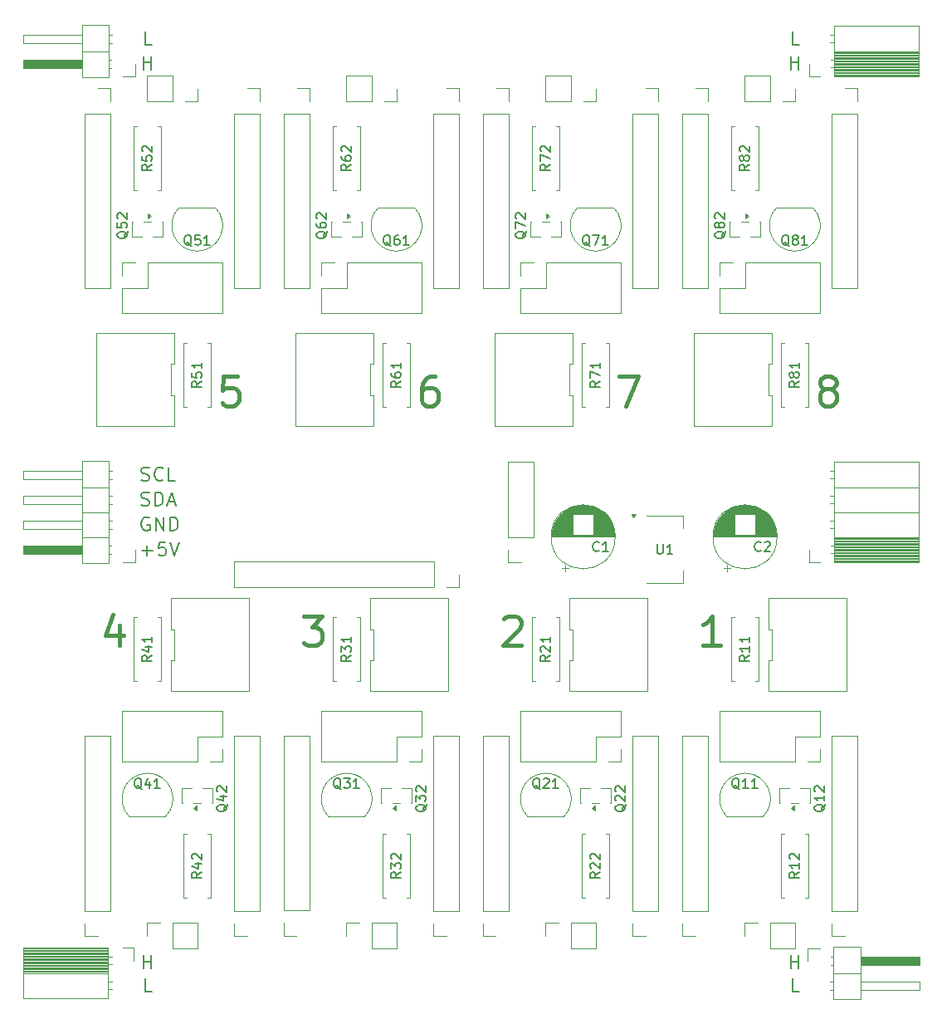
<source format=gbr>
%TF.GenerationSoftware,KiCad,Pcbnew,9.0.5*%
%TF.CreationDate,2025-11-11T22:24:23+01:00*%
%TF.ProjectId,BaseBoard,42617365-426f-4617-9264-2e6b69636164,v1.0*%
%TF.SameCoordinates,Original*%
%TF.FileFunction,Legend,Top*%
%TF.FilePolarity,Positive*%
%FSLAX46Y46*%
G04 Gerber Fmt 4.6, Leading zero omitted, Abs format (unit mm)*
G04 Created by KiCad (PCBNEW 9.0.5) date 2025-11-11 22:24:23*
%MOMM*%
%LPD*%
G01*
G04 APERTURE LIST*
%ADD10C,0.200000*%
%ADD11C,0.400000*%
%ADD12C,0.150000*%
%ADD13C,0.120000*%
G04 APERTURE END LIST*
D10*
X129140000Y-118931266D02*
X129140000Y-117531266D01*
X129140000Y-118197933D02*
X129940000Y-118197933D01*
X129940000Y-118931266D02*
X129940000Y-117531266D01*
D11*
X187968871Y-85972057D02*
X186254585Y-85972057D01*
X187111728Y-85972057D02*
X187111728Y-82972057D01*
X187111728Y-82972057D02*
X186826014Y-83400628D01*
X186826014Y-83400628D02*
X186540299Y-83686342D01*
X186540299Y-83686342D02*
X186254585Y-83829200D01*
D10*
X196013334Y-24767266D02*
X195346667Y-24767266D01*
X195346667Y-24767266D02*
X195346667Y-23367266D01*
D11*
X145471728Y-82972057D02*
X147328871Y-82972057D01*
X147328871Y-82972057D02*
X146328871Y-84114914D01*
X146328871Y-84114914D02*
X146757442Y-84114914D01*
X146757442Y-84114914D02*
X147043157Y-84257771D01*
X147043157Y-84257771D02*
X147186014Y-84400628D01*
X147186014Y-84400628D02*
X147328871Y-84686342D01*
X147328871Y-84686342D02*
X147328871Y-85400628D01*
X147328871Y-85400628D02*
X147186014Y-85686342D01*
X147186014Y-85686342D02*
X147043157Y-85829200D01*
X147043157Y-85829200D02*
X146757442Y-85972057D01*
X146757442Y-85972057D02*
X145900299Y-85972057D01*
X145900299Y-85972057D02*
X145614585Y-85829200D01*
X145614585Y-85829200D02*
X145471728Y-85686342D01*
D10*
X196013334Y-121287266D02*
X195346667Y-121287266D01*
X195346667Y-121287266D02*
X195346667Y-119887266D01*
X128922244Y-69150600D02*
X129122244Y-69217266D01*
X129122244Y-69217266D02*
X129455578Y-69217266D01*
X129455578Y-69217266D02*
X129588911Y-69150600D01*
X129588911Y-69150600D02*
X129655578Y-69083933D01*
X129655578Y-69083933D02*
X129722244Y-68950600D01*
X129722244Y-68950600D02*
X129722244Y-68817266D01*
X129722244Y-68817266D02*
X129655578Y-68683933D01*
X129655578Y-68683933D02*
X129588911Y-68617266D01*
X129588911Y-68617266D02*
X129455578Y-68550600D01*
X129455578Y-68550600D02*
X129188911Y-68483933D01*
X129188911Y-68483933D02*
X129055578Y-68417266D01*
X129055578Y-68417266D02*
X128988911Y-68350600D01*
X128988911Y-68350600D02*
X128922244Y-68217266D01*
X128922244Y-68217266D02*
X128922244Y-68083933D01*
X128922244Y-68083933D02*
X128988911Y-67950600D01*
X128988911Y-67950600D02*
X129055578Y-67883933D01*
X129055578Y-67883933D02*
X129188911Y-67817266D01*
X129188911Y-67817266D02*
X129522244Y-67817266D01*
X129522244Y-67817266D02*
X129722244Y-67883933D01*
X131122244Y-69083933D02*
X131055577Y-69150600D01*
X131055577Y-69150600D02*
X130855577Y-69217266D01*
X130855577Y-69217266D02*
X130722244Y-69217266D01*
X130722244Y-69217266D02*
X130522244Y-69150600D01*
X130522244Y-69150600D02*
X130388911Y-69017266D01*
X130388911Y-69017266D02*
X130322244Y-68883933D01*
X130322244Y-68883933D02*
X130255577Y-68617266D01*
X130255577Y-68617266D02*
X130255577Y-68417266D01*
X130255577Y-68417266D02*
X130322244Y-68150600D01*
X130322244Y-68150600D02*
X130388911Y-68017266D01*
X130388911Y-68017266D02*
X130522244Y-67883933D01*
X130522244Y-67883933D02*
X130722244Y-67817266D01*
X130722244Y-67817266D02*
X130855577Y-67817266D01*
X130855577Y-67817266D02*
X131055577Y-67883933D01*
X131055577Y-67883933D02*
X131122244Y-67950600D01*
X132388911Y-69217266D02*
X131722244Y-69217266D01*
X131722244Y-69217266D02*
X131722244Y-67817266D01*
X129722244Y-72963933D02*
X129588911Y-72897266D01*
X129588911Y-72897266D02*
X129388911Y-72897266D01*
X129388911Y-72897266D02*
X129188911Y-72963933D01*
X129188911Y-72963933D02*
X129055578Y-73097266D01*
X129055578Y-73097266D02*
X128988911Y-73230600D01*
X128988911Y-73230600D02*
X128922244Y-73497266D01*
X128922244Y-73497266D02*
X128922244Y-73697266D01*
X128922244Y-73697266D02*
X128988911Y-73963933D01*
X128988911Y-73963933D02*
X129055578Y-74097266D01*
X129055578Y-74097266D02*
X129188911Y-74230600D01*
X129188911Y-74230600D02*
X129388911Y-74297266D01*
X129388911Y-74297266D02*
X129522244Y-74297266D01*
X129522244Y-74297266D02*
X129722244Y-74230600D01*
X129722244Y-74230600D02*
X129788911Y-74163933D01*
X129788911Y-74163933D02*
X129788911Y-73697266D01*
X129788911Y-73697266D02*
X129522244Y-73697266D01*
X130388911Y-74297266D02*
X130388911Y-72897266D01*
X130388911Y-72897266D02*
X131188911Y-74297266D01*
X131188911Y-74297266D02*
X131188911Y-72897266D01*
X131855578Y-74297266D02*
X131855578Y-72897266D01*
X131855578Y-72897266D02*
X132188911Y-72897266D01*
X132188911Y-72897266D02*
X132388911Y-72963933D01*
X132388911Y-72963933D02*
X132522245Y-73097266D01*
X132522245Y-73097266D02*
X132588911Y-73230600D01*
X132588911Y-73230600D02*
X132655578Y-73497266D01*
X132655578Y-73497266D02*
X132655578Y-73697266D01*
X132655578Y-73697266D02*
X132588911Y-73963933D01*
X132588911Y-73963933D02*
X132522245Y-74097266D01*
X132522245Y-74097266D02*
X132388911Y-74230600D01*
X132388911Y-74230600D02*
X132188911Y-74297266D01*
X132188911Y-74297266D02*
X131855578Y-74297266D01*
D11*
X177648271Y-58542057D02*
X179648271Y-58542057D01*
X179648271Y-58542057D02*
X178362557Y-61542057D01*
X198682557Y-59827771D02*
X198396842Y-59684914D01*
X198396842Y-59684914D02*
X198253985Y-59542057D01*
X198253985Y-59542057D02*
X198111128Y-59256342D01*
X198111128Y-59256342D02*
X198111128Y-59113485D01*
X198111128Y-59113485D02*
X198253985Y-58827771D01*
X198253985Y-58827771D02*
X198396842Y-58684914D01*
X198396842Y-58684914D02*
X198682557Y-58542057D01*
X198682557Y-58542057D02*
X199253985Y-58542057D01*
X199253985Y-58542057D02*
X199539700Y-58684914D01*
X199539700Y-58684914D02*
X199682557Y-58827771D01*
X199682557Y-58827771D02*
X199825414Y-59113485D01*
X199825414Y-59113485D02*
X199825414Y-59256342D01*
X199825414Y-59256342D02*
X199682557Y-59542057D01*
X199682557Y-59542057D02*
X199539700Y-59684914D01*
X199539700Y-59684914D02*
X199253985Y-59827771D01*
X199253985Y-59827771D02*
X198682557Y-59827771D01*
X198682557Y-59827771D02*
X198396842Y-59970628D01*
X198396842Y-59970628D02*
X198253985Y-60113485D01*
X198253985Y-60113485D02*
X198111128Y-60399200D01*
X198111128Y-60399200D02*
X198111128Y-60970628D01*
X198111128Y-60970628D02*
X198253985Y-61256342D01*
X198253985Y-61256342D02*
X198396842Y-61399200D01*
X198396842Y-61399200D02*
X198682557Y-61542057D01*
X198682557Y-61542057D02*
X199253985Y-61542057D01*
X199253985Y-61542057D02*
X199539700Y-61399200D01*
X199539700Y-61399200D02*
X199682557Y-61256342D01*
X199682557Y-61256342D02*
X199825414Y-60970628D01*
X199825414Y-60970628D02*
X199825414Y-60399200D01*
X199825414Y-60399200D02*
X199682557Y-60113485D01*
X199682557Y-60113485D02*
X199539700Y-59970628D01*
X199539700Y-59970628D02*
X199253985Y-59827771D01*
X158899700Y-58542057D02*
X158328271Y-58542057D01*
X158328271Y-58542057D02*
X158042557Y-58684914D01*
X158042557Y-58684914D02*
X157899700Y-58827771D01*
X157899700Y-58827771D02*
X157613985Y-59256342D01*
X157613985Y-59256342D02*
X157471128Y-59827771D01*
X157471128Y-59827771D02*
X157471128Y-60970628D01*
X157471128Y-60970628D02*
X157613985Y-61256342D01*
X157613985Y-61256342D02*
X157756842Y-61399200D01*
X157756842Y-61399200D02*
X158042557Y-61542057D01*
X158042557Y-61542057D02*
X158613985Y-61542057D01*
X158613985Y-61542057D02*
X158899700Y-61399200D01*
X158899700Y-61399200D02*
X159042557Y-61256342D01*
X159042557Y-61256342D02*
X159185414Y-60970628D01*
X159185414Y-60970628D02*
X159185414Y-60256342D01*
X159185414Y-60256342D02*
X159042557Y-59970628D01*
X159042557Y-59970628D02*
X158899700Y-59827771D01*
X158899700Y-59827771D02*
X158613985Y-59684914D01*
X158613985Y-59684914D02*
X158042557Y-59684914D01*
X158042557Y-59684914D02*
X157756842Y-59827771D01*
X157756842Y-59827771D02*
X157613985Y-59970628D01*
X157613985Y-59970628D02*
X157471128Y-60256342D01*
D10*
X195180000Y-118931266D02*
X195180000Y-117531266D01*
X195180000Y-118197933D02*
X195980000Y-118197933D01*
X195980000Y-118931266D02*
X195980000Y-117531266D01*
X129973334Y-121287266D02*
X129306667Y-121287266D01*
X129306667Y-121287266D02*
X129306667Y-119887266D01*
X128988911Y-76303933D02*
X130055578Y-76303933D01*
X129522244Y-76837266D02*
X129522244Y-75770600D01*
X131388911Y-75437266D02*
X130722244Y-75437266D01*
X130722244Y-75437266D02*
X130655577Y-76103933D01*
X130655577Y-76103933D02*
X130722244Y-76037266D01*
X130722244Y-76037266D02*
X130855577Y-75970600D01*
X130855577Y-75970600D02*
X131188911Y-75970600D01*
X131188911Y-75970600D02*
X131322244Y-76037266D01*
X131322244Y-76037266D02*
X131388911Y-76103933D01*
X131388911Y-76103933D02*
X131455577Y-76237266D01*
X131455577Y-76237266D02*
X131455577Y-76570600D01*
X131455577Y-76570600D02*
X131388911Y-76703933D01*
X131388911Y-76703933D02*
X131322244Y-76770600D01*
X131322244Y-76770600D02*
X131188911Y-76837266D01*
X131188911Y-76837266D02*
X130855577Y-76837266D01*
X130855577Y-76837266D02*
X130722244Y-76770600D01*
X130722244Y-76770600D02*
X130655577Y-76703933D01*
X131855577Y-75437266D02*
X132322244Y-76837266D01*
X132322244Y-76837266D02*
X132788910Y-75437266D01*
X129973334Y-24767266D02*
X129306667Y-24767266D01*
X129306667Y-24767266D02*
X129306667Y-23367266D01*
D11*
X165934585Y-83257771D02*
X166077442Y-83114914D01*
X166077442Y-83114914D02*
X166363157Y-82972057D01*
X166363157Y-82972057D02*
X167077442Y-82972057D01*
X167077442Y-82972057D02*
X167363157Y-83114914D01*
X167363157Y-83114914D02*
X167506014Y-83257771D01*
X167506014Y-83257771D02*
X167648871Y-83543485D01*
X167648871Y-83543485D02*
X167648871Y-83829200D01*
X167648871Y-83829200D02*
X167506014Y-84257771D01*
X167506014Y-84257771D02*
X165791728Y-85972057D01*
X165791728Y-85972057D02*
X167648871Y-85972057D01*
X138722557Y-58542057D02*
X137293985Y-58542057D01*
X137293985Y-58542057D02*
X137151128Y-59970628D01*
X137151128Y-59970628D02*
X137293985Y-59827771D01*
X137293985Y-59827771D02*
X137579700Y-59684914D01*
X137579700Y-59684914D02*
X138293985Y-59684914D01*
X138293985Y-59684914D02*
X138579700Y-59827771D01*
X138579700Y-59827771D02*
X138722557Y-59970628D01*
X138722557Y-59970628D02*
X138865414Y-60256342D01*
X138865414Y-60256342D02*
X138865414Y-60970628D01*
X138865414Y-60970628D02*
X138722557Y-61256342D01*
X138722557Y-61256342D02*
X138579700Y-61399200D01*
X138579700Y-61399200D02*
X138293985Y-61542057D01*
X138293985Y-61542057D02*
X137579700Y-61542057D01*
X137579700Y-61542057D02*
X137293985Y-61399200D01*
X137293985Y-61399200D02*
X137151128Y-61256342D01*
D10*
X128922244Y-71690600D02*
X129122244Y-71757266D01*
X129122244Y-71757266D02*
X129455578Y-71757266D01*
X129455578Y-71757266D02*
X129588911Y-71690600D01*
X129588911Y-71690600D02*
X129655578Y-71623933D01*
X129655578Y-71623933D02*
X129722244Y-71490600D01*
X129722244Y-71490600D02*
X129722244Y-71357266D01*
X129722244Y-71357266D02*
X129655578Y-71223933D01*
X129655578Y-71223933D02*
X129588911Y-71157266D01*
X129588911Y-71157266D02*
X129455578Y-71090600D01*
X129455578Y-71090600D02*
X129188911Y-71023933D01*
X129188911Y-71023933D02*
X129055578Y-70957266D01*
X129055578Y-70957266D02*
X128988911Y-70890600D01*
X128988911Y-70890600D02*
X128922244Y-70757266D01*
X128922244Y-70757266D02*
X128922244Y-70623933D01*
X128922244Y-70623933D02*
X128988911Y-70490600D01*
X128988911Y-70490600D02*
X129055578Y-70423933D01*
X129055578Y-70423933D02*
X129188911Y-70357266D01*
X129188911Y-70357266D02*
X129522244Y-70357266D01*
X129522244Y-70357266D02*
X129722244Y-70423933D01*
X130322244Y-71757266D02*
X130322244Y-70357266D01*
X130322244Y-70357266D02*
X130655577Y-70357266D01*
X130655577Y-70357266D02*
X130855577Y-70423933D01*
X130855577Y-70423933D02*
X130988911Y-70557266D01*
X130988911Y-70557266D02*
X131055577Y-70690600D01*
X131055577Y-70690600D02*
X131122244Y-70957266D01*
X131122244Y-70957266D02*
X131122244Y-71157266D01*
X131122244Y-71157266D02*
X131055577Y-71423933D01*
X131055577Y-71423933D02*
X130988911Y-71557266D01*
X130988911Y-71557266D02*
X130855577Y-71690600D01*
X130855577Y-71690600D02*
X130655577Y-71757266D01*
X130655577Y-71757266D02*
X130322244Y-71757266D01*
X131655577Y-71357266D02*
X132322244Y-71357266D01*
X131522244Y-71757266D02*
X131988911Y-70357266D01*
X131988911Y-70357266D02*
X132455577Y-71757266D01*
D11*
X126723157Y-83972057D02*
X126723157Y-85972057D01*
X126008871Y-82829200D02*
X125294585Y-84972057D01*
X125294585Y-84972057D02*
X127151728Y-84972057D01*
D10*
X195180000Y-27307266D02*
X195180000Y-25907266D01*
X195180000Y-26573933D02*
X195980000Y-26573933D01*
X195980000Y-27307266D02*
X195980000Y-25907266D01*
X129140000Y-27307266D02*
X129140000Y-25907266D01*
X129140000Y-26573933D02*
X129940000Y-26573933D01*
X129940000Y-27307266D02*
X129940000Y-25907266D01*
D12*
X190954819Y-36964857D02*
X190478628Y-37298190D01*
X190954819Y-37536285D02*
X189954819Y-37536285D01*
X189954819Y-37536285D02*
X189954819Y-37155333D01*
X189954819Y-37155333D02*
X190002438Y-37060095D01*
X190002438Y-37060095D02*
X190050057Y-37012476D01*
X190050057Y-37012476D02*
X190145295Y-36964857D01*
X190145295Y-36964857D02*
X190288152Y-36964857D01*
X190288152Y-36964857D02*
X190383390Y-37012476D01*
X190383390Y-37012476D02*
X190431009Y-37060095D01*
X190431009Y-37060095D02*
X190478628Y-37155333D01*
X190478628Y-37155333D02*
X190478628Y-37536285D01*
X190383390Y-36393428D02*
X190335771Y-36488666D01*
X190335771Y-36488666D02*
X190288152Y-36536285D01*
X190288152Y-36536285D02*
X190192914Y-36583904D01*
X190192914Y-36583904D02*
X190145295Y-36583904D01*
X190145295Y-36583904D02*
X190050057Y-36536285D01*
X190050057Y-36536285D02*
X190002438Y-36488666D01*
X190002438Y-36488666D02*
X189954819Y-36393428D01*
X189954819Y-36393428D02*
X189954819Y-36202952D01*
X189954819Y-36202952D02*
X190002438Y-36107714D01*
X190002438Y-36107714D02*
X190050057Y-36060095D01*
X190050057Y-36060095D02*
X190145295Y-36012476D01*
X190145295Y-36012476D02*
X190192914Y-36012476D01*
X190192914Y-36012476D02*
X190288152Y-36060095D01*
X190288152Y-36060095D02*
X190335771Y-36107714D01*
X190335771Y-36107714D02*
X190383390Y-36202952D01*
X190383390Y-36202952D02*
X190383390Y-36393428D01*
X190383390Y-36393428D02*
X190431009Y-36488666D01*
X190431009Y-36488666D02*
X190478628Y-36536285D01*
X190478628Y-36536285D02*
X190573866Y-36583904D01*
X190573866Y-36583904D02*
X190764342Y-36583904D01*
X190764342Y-36583904D02*
X190859580Y-36536285D01*
X190859580Y-36536285D02*
X190907200Y-36488666D01*
X190907200Y-36488666D02*
X190954819Y-36393428D01*
X190954819Y-36393428D02*
X190954819Y-36202952D01*
X190954819Y-36202952D02*
X190907200Y-36107714D01*
X190907200Y-36107714D02*
X190859580Y-36060095D01*
X190859580Y-36060095D02*
X190764342Y-36012476D01*
X190764342Y-36012476D02*
X190573866Y-36012476D01*
X190573866Y-36012476D02*
X190478628Y-36060095D01*
X190478628Y-36060095D02*
X190431009Y-36107714D01*
X190431009Y-36107714D02*
X190383390Y-36202952D01*
X190050057Y-35631523D02*
X190002438Y-35583904D01*
X190002438Y-35583904D02*
X189954819Y-35488666D01*
X189954819Y-35488666D02*
X189954819Y-35250571D01*
X189954819Y-35250571D02*
X190002438Y-35155333D01*
X190002438Y-35155333D02*
X190050057Y-35107714D01*
X190050057Y-35107714D02*
X190145295Y-35060095D01*
X190145295Y-35060095D02*
X190240533Y-35060095D01*
X190240533Y-35060095D02*
X190383390Y-35107714D01*
X190383390Y-35107714D02*
X190954819Y-35679142D01*
X190954819Y-35679142D02*
X190954819Y-35060095D01*
X196034819Y-59062857D02*
X195558628Y-59396190D01*
X196034819Y-59634285D02*
X195034819Y-59634285D01*
X195034819Y-59634285D02*
X195034819Y-59253333D01*
X195034819Y-59253333D02*
X195082438Y-59158095D01*
X195082438Y-59158095D02*
X195130057Y-59110476D01*
X195130057Y-59110476D02*
X195225295Y-59062857D01*
X195225295Y-59062857D02*
X195368152Y-59062857D01*
X195368152Y-59062857D02*
X195463390Y-59110476D01*
X195463390Y-59110476D02*
X195511009Y-59158095D01*
X195511009Y-59158095D02*
X195558628Y-59253333D01*
X195558628Y-59253333D02*
X195558628Y-59634285D01*
X195463390Y-58491428D02*
X195415771Y-58586666D01*
X195415771Y-58586666D02*
X195368152Y-58634285D01*
X195368152Y-58634285D02*
X195272914Y-58681904D01*
X195272914Y-58681904D02*
X195225295Y-58681904D01*
X195225295Y-58681904D02*
X195130057Y-58634285D01*
X195130057Y-58634285D02*
X195082438Y-58586666D01*
X195082438Y-58586666D02*
X195034819Y-58491428D01*
X195034819Y-58491428D02*
X195034819Y-58300952D01*
X195034819Y-58300952D02*
X195082438Y-58205714D01*
X195082438Y-58205714D02*
X195130057Y-58158095D01*
X195130057Y-58158095D02*
X195225295Y-58110476D01*
X195225295Y-58110476D02*
X195272914Y-58110476D01*
X195272914Y-58110476D02*
X195368152Y-58158095D01*
X195368152Y-58158095D02*
X195415771Y-58205714D01*
X195415771Y-58205714D02*
X195463390Y-58300952D01*
X195463390Y-58300952D02*
X195463390Y-58491428D01*
X195463390Y-58491428D02*
X195511009Y-58586666D01*
X195511009Y-58586666D02*
X195558628Y-58634285D01*
X195558628Y-58634285D02*
X195653866Y-58681904D01*
X195653866Y-58681904D02*
X195844342Y-58681904D01*
X195844342Y-58681904D02*
X195939580Y-58634285D01*
X195939580Y-58634285D02*
X195987200Y-58586666D01*
X195987200Y-58586666D02*
X196034819Y-58491428D01*
X196034819Y-58491428D02*
X196034819Y-58300952D01*
X196034819Y-58300952D02*
X195987200Y-58205714D01*
X195987200Y-58205714D02*
X195939580Y-58158095D01*
X195939580Y-58158095D02*
X195844342Y-58110476D01*
X195844342Y-58110476D02*
X195653866Y-58110476D01*
X195653866Y-58110476D02*
X195558628Y-58158095D01*
X195558628Y-58158095D02*
X195511009Y-58205714D01*
X195511009Y-58205714D02*
X195463390Y-58300952D01*
X196034819Y-57158095D02*
X196034819Y-57729523D01*
X196034819Y-57443809D02*
X195034819Y-57443809D01*
X195034819Y-57443809D02*
X195177676Y-57539047D01*
X195177676Y-57539047D02*
X195272914Y-57634285D01*
X195272914Y-57634285D02*
X195320533Y-57729523D01*
X188510057Y-43751428D02*
X188462438Y-43846666D01*
X188462438Y-43846666D02*
X188367200Y-43941904D01*
X188367200Y-43941904D02*
X188224342Y-44084761D01*
X188224342Y-44084761D02*
X188176723Y-44179999D01*
X188176723Y-44179999D02*
X188176723Y-44275237D01*
X188414819Y-44227618D02*
X188367200Y-44322856D01*
X188367200Y-44322856D02*
X188271961Y-44418094D01*
X188271961Y-44418094D02*
X188081485Y-44465713D01*
X188081485Y-44465713D02*
X187748152Y-44465713D01*
X187748152Y-44465713D02*
X187557676Y-44418094D01*
X187557676Y-44418094D02*
X187462438Y-44322856D01*
X187462438Y-44322856D02*
X187414819Y-44227618D01*
X187414819Y-44227618D02*
X187414819Y-44037142D01*
X187414819Y-44037142D02*
X187462438Y-43941904D01*
X187462438Y-43941904D02*
X187557676Y-43846666D01*
X187557676Y-43846666D02*
X187748152Y-43799047D01*
X187748152Y-43799047D02*
X188081485Y-43799047D01*
X188081485Y-43799047D02*
X188271961Y-43846666D01*
X188271961Y-43846666D02*
X188367200Y-43941904D01*
X188367200Y-43941904D02*
X188414819Y-44037142D01*
X188414819Y-44037142D02*
X188414819Y-44227618D01*
X187843390Y-43227618D02*
X187795771Y-43322856D01*
X187795771Y-43322856D02*
X187748152Y-43370475D01*
X187748152Y-43370475D02*
X187652914Y-43418094D01*
X187652914Y-43418094D02*
X187605295Y-43418094D01*
X187605295Y-43418094D02*
X187510057Y-43370475D01*
X187510057Y-43370475D02*
X187462438Y-43322856D01*
X187462438Y-43322856D02*
X187414819Y-43227618D01*
X187414819Y-43227618D02*
X187414819Y-43037142D01*
X187414819Y-43037142D02*
X187462438Y-42941904D01*
X187462438Y-42941904D02*
X187510057Y-42894285D01*
X187510057Y-42894285D02*
X187605295Y-42846666D01*
X187605295Y-42846666D02*
X187652914Y-42846666D01*
X187652914Y-42846666D02*
X187748152Y-42894285D01*
X187748152Y-42894285D02*
X187795771Y-42941904D01*
X187795771Y-42941904D02*
X187843390Y-43037142D01*
X187843390Y-43037142D02*
X187843390Y-43227618D01*
X187843390Y-43227618D02*
X187891009Y-43322856D01*
X187891009Y-43322856D02*
X187938628Y-43370475D01*
X187938628Y-43370475D02*
X188033866Y-43418094D01*
X188033866Y-43418094D02*
X188224342Y-43418094D01*
X188224342Y-43418094D02*
X188319580Y-43370475D01*
X188319580Y-43370475D02*
X188367200Y-43322856D01*
X188367200Y-43322856D02*
X188414819Y-43227618D01*
X188414819Y-43227618D02*
X188414819Y-43037142D01*
X188414819Y-43037142D02*
X188367200Y-42941904D01*
X188367200Y-42941904D02*
X188319580Y-42894285D01*
X188319580Y-42894285D02*
X188224342Y-42846666D01*
X188224342Y-42846666D02*
X188033866Y-42846666D01*
X188033866Y-42846666D02*
X187938628Y-42894285D01*
X187938628Y-42894285D02*
X187891009Y-42941904D01*
X187891009Y-42941904D02*
X187843390Y-43037142D01*
X187510057Y-42465713D02*
X187462438Y-42418094D01*
X187462438Y-42418094D02*
X187414819Y-42322856D01*
X187414819Y-42322856D02*
X187414819Y-42084761D01*
X187414819Y-42084761D02*
X187462438Y-41989523D01*
X187462438Y-41989523D02*
X187510057Y-41941904D01*
X187510057Y-41941904D02*
X187605295Y-41894285D01*
X187605295Y-41894285D02*
X187700533Y-41894285D01*
X187700533Y-41894285D02*
X187843390Y-41941904D01*
X187843390Y-41941904D02*
X188414819Y-42513332D01*
X188414819Y-42513332D02*
X188414819Y-41894285D01*
X195008571Y-45254057D02*
X194913333Y-45206438D01*
X194913333Y-45206438D02*
X194818095Y-45111200D01*
X194818095Y-45111200D02*
X194675238Y-44968342D01*
X194675238Y-44968342D02*
X194580000Y-44920723D01*
X194580000Y-44920723D02*
X194484762Y-44920723D01*
X194532381Y-45158819D02*
X194437143Y-45111200D01*
X194437143Y-45111200D02*
X194341905Y-45015961D01*
X194341905Y-45015961D02*
X194294286Y-44825485D01*
X194294286Y-44825485D02*
X194294286Y-44492152D01*
X194294286Y-44492152D02*
X194341905Y-44301676D01*
X194341905Y-44301676D02*
X194437143Y-44206438D01*
X194437143Y-44206438D02*
X194532381Y-44158819D01*
X194532381Y-44158819D02*
X194722857Y-44158819D01*
X194722857Y-44158819D02*
X194818095Y-44206438D01*
X194818095Y-44206438D02*
X194913333Y-44301676D01*
X194913333Y-44301676D02*
X194960952Y-44492152D01*
X194960952Y-44492152D02*
X194960952Y-44825485D01*
X194960952Y-44825485D02*
X194913333Y-45015961D01*
X194913333Y-45015961D02*
X194818095Y-45111200D01*
X194818095Y-45111200D02*
X194722857Y-45158819D01*
X194722857Y-45158819D02*
X194532381Y-45158819D01*
X195532381Y-44587390D02*
X195437143Y-44539771D01*
X195437143Y-44539771D02*
X195389524Y-44492152D01*
X195389524Y-44492152D02*
X195341905Y-44396914D01*
X195341905Y-44396914D02*
X195341905Y-44349295D01*
X195341905Y-44349295D02*
X195389524Y-44254057D01*
X195389524Y-44254057D02*
X195437143Y-44206438D01*
X195437143Y-44206438D02*
X195532381Y-44158819D01*
X195532381Y-44158819D02*
X195722857Y-44158819D01*
X195722857Y-44158819D02*
X195818095Y-44206438D01*
X195818095Y-44206438D02*
X195865714Y-44254057D01*
X195865714Y-44254057D02*
X195913333Y-44349295D01*
X195913333Y-44349295D02*
X195913333Y-44396914D01*
X195913333Y-44396914D02*
X195865714Y-44492152D01*
X195865714Y-44492152D02*
X195818095Y-44539771D01*
X195818095Y-44539771D02*
X195722857Y-44587390D01*
X195722857Y-44587390D02*
X195532381Y-44587390D01*
X195532381Y-44587390D02*
X195437143Y-44635009D01*
X195437143Y-44635009D02*
X195389524Y-44682628D01*
X195389524Y-44682628D02*
X195341905Y-44777866D01*
X195341905Y-44777866D02*
X195341905Y-44968342D01*
X195341905Y-44968342D02*
X195389524Y-45063580D01*
X195389524Y-45063580D02*
X195437143Y-45111200D01*
X195437143Y-45111200D02*
X195532381Y-45158819D01*
X195532381Y-45158819D02*
X195722857Y-45158819D01*
X195722857Y-45158819D02*
X195818095Y-45111200D01*
X195818095Y-45111200D02*
X195865714Y-45063580D01*
X195865714Y-45063580D02*
X195913333Y-44968342D01*
X195913333Y-44968342D02*
X195913333Y-44777866D01*
X195913333Y-44777866D02*
X195865714Y-44682628D01*
X195865714Y-44682628D02*
X195818095Y-44635009D01*
X195818095Y-44635009D02*
X195722857Y-44587390D01*
X196865714Y-45158819D02*
X196294286Y-45158819D01*
X196580000Y-45158819D02*
X196580000Y-44158819D01*
X196580000Y-44158819D02*
X196484762Y-44301676D01*
X196484762Y-44301676D02*
X196389524Y-44396914D01*
X196389524Y-44396914D02*
X196294286Y-44444533D01*
X170634819Y-36964857D02*
X170158628Y-37298190D01*
X170634819Y-37536285D02*
X169634819Y-37536285D01*
X169634819Y-37536285D02*
X169634819Y-37155333D01*
X169634819Y-37155333D02*
X169682438Y-37060095D01*
X169682438Y-37060095D02*
X169730057Y-37012476D01*
X169730057Y-37012476D02*
X169825295Y-36964857D01*
X169825295Y-36964857D02*
X169968152Y-36964857D01*
X169968152Y-36964857D02*
X170063390Y-37012476D01*
X170063390Y-37012476D02*
X170111009Y-37060095D01*
X170111009Y-37060095D02*
X170158628Y-37155333D01*
X170158628Y-37155333D02*
X170158628Y-37536285D01*
X169634819Y-36631523D02*
X169634819Y-35964857D01*
X169634819Y-35964857D02*
X170634819Y-36393428D01*
X169730057Y-35631523D02*
X169682438Y-35583904D01*
X169682438Y-35583904D02*
X169634819Y-35488666D01*
X169634819Y-35488666D02*
X169634819Y-35250571D01*
X169634819Y-35250571D02*
X169682438Y-35155333D01*
X169682438Y-35155333D02*
X169730057Y-35107714D01*
X169730057Y-35107714D02*
X169825295Y-35060095D01*
X169825295Y-35060095D02*
X169920533Y-35060095D01*
X169920533Y-35060095D02*
X170063390Y-35107714D01*
X170063390Y-35107714D02*
X170634819Y-35679142D01*
X170634819Y-35679142D02*
X170634819Y-35060095D01*
X175714819Y-59062857D02*
X175238628Y-59396190D01*
X175714819Y-59634285D02*
X174714819Y-59634285D01*
X174714819Y-59634285D02*
X174714819Y-59253333D01*
X174714819Y-59253333D02*
X174762438Y-59158095D01*
X174762438Y-59158095D02*
X174810057Y-59110476D01*
X174810057Y-59110476D02*
X174905295Y-59062857D01*
X174905295Y-59062857D02*
X175048152Y-59062857D01*
X175048152Y-59062857D02*
X175143390Y-59110476D01*
X175143390Y-59110476D02*
X175191009Y-59158095D01*
X175191009Y-59158095D02*
X175238628Y-59253333D01*
X175238628Y-59253333D02*
X175238628Y-59634285D01*
X174714819Y-58729523D02*
X174714819Y-58062857D01*
X174714819Y-58062857D02*
X175714819Y-58491428D01*
X175714819Y-57158095D02*
X175714819Y-57729523D01*
X175714819Y-57443809D02*
X174714819Y-57443809D01*
X174714819Y-57443809D02*
X174857676Y-57539047D01*
X174857676Y-57539047D02*
X174952914Y-57634285D01*
X174952914Y-57634285D02*
X175000533Y-57729523D01*
X168190057Y-43751428D02*
X168142438Y-43846666D01*
X168142438Y-43846666D02*
X168047200Y-43941904D01*
X168047200Y-43941904D02*
X167904342Y-44084761D01*
X167904342Y-44084761D02*
X167856723Y-44179999D01*
X167856723Y-44179999D02*
X167856723Y-44275237D01*
X168094819Y-44227618D02*
X168047200Y-44322856D01*
X168047200Y-44322856D02*
X167951961Y-44418094D01*
X167951961Y-44418094D02*
X167761485Y-44465713D01*
X167761485Y-44465713D02*
X167428152Y-44465713D01*
X167428152Y-44465713D02*
X167237676Y-44418094D01*
X167237676Y-44418094D02*
X167142438Y-44322856D01*
X167142438Y-44322856D02*
X167094819Y-44227618D01*
X167094819Y-44227618D02*
X167094819Y-44037142D01*
X167094819Y-44037142D02*
X167142438Y-43941904D01*
X167142438Y-43941904D02*
X167237676Y-43846666D01*
X167237676Y-43846666D02*
X167428152Y-43799047D01*
X167428152Y-43799047D02*
X167761485Y-43799047D01*
X167761485Y-43799047D02*
X167951961Y-43846666D01*
X167951961Y-43846666D02*
X168047200Y-43941904D01*
X168047200Y-43941904D02*
X168094819Y-44037142D01*
X168094819Y-44037142D02*
X168094819Y-44227618D01*
X167094819Y-43465713D02*
X167094819Y-42799047D01*
X167094819Y-42799047D02*
X168094819Y-43227618D01*
X167190057Y-42465713D02*
X167142438Y-42418094D01*
X167142438Y-42418094D02*
X167094819Y-42322856D01*
X167094819Y-42322856D02*
X167094819Y-42084761D01*
X167094819Y-42084761D02*
X167142438Y-41989523D01*
X167142438Y-41989523D02*
X167190057Y-41941904D01*
X167190057Y-41941904D02*
X167285295Y-41894285D01*
X167285295Y-41894285D02*
X167380533Y-41894285D01*
X167380533Y-41894285D02*
X167523390Y-41941904D01*
X167523390Y-41941904D02*
X168094819Y-42513332D01*
X168094819Y-42513332D02*
X168094819Y-41894285D01*
X174688571Y-45254057D02*
X174593333Y-45206438D01*
X174593333Y-45206438D02*
X174498095Y-45111200D01*
X174498095Y-45111200D02*
X174355238Y-44968342D01*
X174355238Y-44968342D02*
X174260000Y-44920723D01*
X174260000Y-44920723D02*
X174164762Y-44920723D01*
X174212381Y-45158819D02*
X174117143Y-45111200D01*
X174117143Y-45111200D02*
X174021905Y-45015961D01*
X174021905Y-45015961D02*
X173974286Y-44825485D01*
X173974286Y-44825485D02*
X173974286Y-44492152D01*
X173974286Y-44492152D02*
X174021905Y-44301676D01*
X174021905Y-44301676D02*
X174117143Y-44206438D01*
X174117143Y-44206438D02*
X174212381Y-44158819D01*
X174212381Y-44158819D02*
X174402857Y-44158819D01*
X174402857Y-44158819D02*
X174498095Y-44206438D01*
X174498095Y-44206438D02*
X174593333Y-44301676D01*
X174593333Y-44301676D02*
X174640952Y-44492152D01*
X174640952Y-44492152D02*
X174640952Y-44825485D01*
X174640952Y-44825485D02*
X174593333Y-45015961D01*
X174593333Y-45015961D02*
X174498095Y-45111200D01*
X174498095Y-45111200D02*
X174402857Y-45158819D01*
X174402857Y-45158819D02*
X174212381Y-45158819D01*
X174974286Y-44158819D02*
X175640952Y-44158819D01*
X175640952Y-44158819D02*
X175212381Y-45158819D01*
X176545714Y-45158819D02*
X175974286Y-45158819D01*
X176260000Y-45158819D02*
X176260000Y-44158819D01*
X176260000Y-44158819D02*
X176164762Y-44301676D01*
X176164762Y-44301676D02*
X176069524Y-44396914D01*
X176069524Y-44396914D02*
X175974286Y-44444533D01*
X150314819Y-36964857D02*
X149838628Y-37298190D01*
X150314819Y-37536285D02*
X149314819Y-37536285D01*
X149314819Y-37536285D02*
X149314819Y-37155333D01*
X149314819Y-37155333D02*
X149362438Y-37060095D01*
X149362438Y-37060095D02*
X149410057Y-37012476D01*
X149410057Y-37012476D02*
X149505295Y-36964857D01*
X149505295Y-36964857D02*
X149648152Y-36964857D01*
X149648152Y-36964857D02*
X149743390Y-37012476D01*
X149743390Y-37012476D02*
X149791009Y-37060095D01*
X149791009Y-37060095D02*
X149838628Y-37155333D01*
X149838628Y-37155333D02*
X149838628Y-37536285D01*
X149314819Y-36107714D02*
X149314819Y-36298190D01*
X149314819Y-36298190D02*
X149362438Y-36393428D01*
X149362438Y-36393428D02*
X149410057Y-36441047D01*
X149410057Y-36441047D02*
X149552914Y-36536285D01*
X149552914Y-36536285D02*
X149743390Y-36583904D01*
X149743390Y-36583904D02*
X150124342Y-36583904D01*
X150124342Y-36583904D02*
X150219580Y-36536285D01*
X150219580Y-36536285D02*
X150267200Y-36488666D01*
X150267200Y-36488666D02*
X150314819Y-36393428D01*
X150314819Y-36393428D02*
X150314819Y-36202952D01*
X150314819Y-36202952D02*
X150267200Y-36107714D01*
X150267200Y-36107714D02*
X150219580Y-36060095D01*
X150219580Y-36060095D02*
X150124342Y-36012476D01*
X150124342Y-36012476D02*
X149886247Y-36012476D01*
X149886247Y-36012476D02*
X149791009Y-36060095D01*
X149791009Y-36060095D02*
X149743390Y-36107714D01*
X149743390Y-36107714D02*
X149695771Y-36202952D01*
X149695771Y-36202952D02*
X149695771Y-36393428D01*
X149695771Y-36393428D02*
X149743390Y-36488666D01*
X149743390Y-36488666D02*
X149791009Y-36536285D01*
X149791009Y-36536285D02*
X149886247Y-36583904D01*
X149410057Y-35631523D02*
X149362438Y-35583904D01*
X149362438Y-35583904D02*
X149314819Y-35488666D01*
X149314819Y-35488666D02*
X149314819Y-35250571D01*
X149314819Y-35250571D02*
X149362438Y-35155333D01*
X149362438Y-35155333D02*
X149410057Y-35107714D01*
X149410057Y-35107714D02*
X149505295Y-35060095D01*
X149505295Y-35060095D02*
X149600533Y-35060095D01*
X149600533Y-35060095D02*
X149743390Y-35107714D01*
X149743390Y-35107714D02*
X150314819Y-35679142D01*
X150314819Y-35679142D02*
X150314819Y-35060095D01*
X155394819Y-59062857D02*
X154918628Y-59396190D01*
X155394819Y-59634285D02*
X154394819Y-59634285D01*
X154394819Y-59634285D02*
X154394819Y-59253333D01*
X154394819Y-59253333D02*
X154442438Y-59158095D01*
X154442438Y-59158095D02*
X154490057Y-59110476D01*
X154490057Y-59110476D02*
X154585295Y-59062857D01*
X154585295Y-59062857D02*
X154728152Y-59062857D01*
X154728152Y-59062857D02*
X154823390Y-59110476D01*
X154823390Y-59110476D02*
X154871009Y-59158095D01*
X154871009Y-59158095D02*
X154918628Y-59253333D01*
X154918628Y-59253333D02*
X154918628Y-59634285D01*
X154394819Y-58205714D02*
X154394819Y-58396190D01*
X154394819Y-58396190D02*
X154442438Y-58491428D01*
X154442438Y-58491428D02*
X154490057Y-58539047D01*
X154490057Y-58539047D02*
X154632914Y-58634285D01*
X154632914Y-58634285D02*
X154823390Y-58681904D01*
X154823390Y-58681904D02*
X155204342Y-58681904D01*
X155204342Y-58681904D02*
X155299580Y-58634285D01*
X155299580Y-58634285D02*
X155347200Y-58586666D01*
X155347200Y-58586666D02*
X155394819Y-58491428D01*
X155394819Y-58491428D02*
X155394819Y-58300952D01*
X155394819Y-58300952D02*
X155347200Y-58205714D01*
X155347200Y-58205714D02*
X155299580Y-58158095D01*
X155299580Y-58158095D02*
X155204342Y-58110476D01*
X155204342Y-58110476D02*
X154966247Y-58110476D01*
X154966247Y-58110476D02*
X154871009Y-58158095D01*
X154871009Y-58158095D02*
X154823390Y-58205714D01*
X154823390Y-58205714D02*
X154775771Y-58300952D01*
X154775771Y-58300952D02*
X154775771Y-58491428D01*
X154775771Y-58491428D02*
X154823390Y-58586666D01*
X154823390Y-58586666D02*
X154871009Y-58634285D01*
X154871009Y-58634285D02*
X154966247Y-58681904D01*
X155394819Y-57158095D02*
X155394819Y-57729523D01*
X155394819Y-57443809D02*
X154394819Y-57443809D01*
X154394819Y-57443809D02*
X154537676Y-57539047D01*
X154537676Y-57539047D02*
X154632914Y-57634285D01*
X154632914Y-57634285D02*
X154680533Y-57729523D01*
X147870057Y-43751428D02*
X147822438Y-43846666D01*
X147822438Y-43846666D02*
X147727200Y-43941904D01*
X147727200Y-43941904D02*
X147584342Y-44084761D01*
X147584342Y-44084761D02*
X147536723Y-44179999D01*
X147536723Y-44179999D02*
X147536723Y-44275237D01*
X147774819Y-44227618D02*
X147727200Y-44322856D01*
X147727200Y-44322856D02*
X147631961Y-44418094D01*
X147631961Y-44418094D02*
X147441485Y-44465713D01*
X147441485Y-44465713D02*
X147108152Y-44465713D01*
X147108152Y-44465713D02*
X146917676Y-44418094D01*
X146917676Y-44418094D02*
X146822438Y-44322856D01*
X146822438Y-44322856D02*
X146774819Y-44227618D01*
X146774819Y-44227618D02*
X146774819Y-44037142D01*
X146774819Y-44037142D02*
X146822438Y-43941904D01*
X146822438Y-43941904D02*
X146917676Y-43846666D01*
X146917676Y-43846666D02*
X147108152Y-43799047D01*
X147108152Y-43799047D02*
X147441485Y-43799047D01*
X147441485Y-43799047D02*
X147631961Y-43846666D01*
X147631961Y-43846666D02*
X147727200Y-43941904D01*
X147727200Y-43941904D02*
X147774819Y-44037142D01*
X147774819Y-44037142D02*
X147774819Y-44227618D01*
X146774819Y-42941904D02*
X146774819Y-43132380D01*
X146774819Y-43132380D02*
X146822438Y-43227618D01*
X146822438Y-43227618D02*
X146870057Y-43275237D01*
X146870057Y-43275237D02*
X147012914Y-43370475D01*
X147012914Y-43370475D02*
X147203390Y-43418094D01*
X147203390Y-43418094D02*
X147584342Y-43418094D01*
X147584342Y-43418094D02*
X147679580Y-43370475D01*
X147679580Y-43370475D02*
X147727200Y-43322856D01*
X147727200Y-43322856D02*
X147774819Y-43227618D01*
X147774819Y-43227618D02*
X147774819Y-43037142D01*
X147774819Y-43037142D02*
X147727200Y-42941904D01*
X147727200Y-42941904D02*
X147679580Y-42894285D01*
X147679580Y-42894285D02*
X147584342Y-42846666D01*
X147584342Y-42846666D02*
X147346247Y-42846666D01*
X147346247Y-42846666D02*
X147251009Y-42894285D01*
X147251009Y-42894285D02*
X147203390Y-42941904D01*
X147203390Y-42941904D02*
X147155771Y-43037142D01*
X147155771Y-43037142D02*
X147155771Y-43227618D01*
X147155771Y-43227618D02*
X147203390Y-43322856D01*
X147203390Y-43322856D02*
X147251009Y-43370475D01*
X147251009Y-43370475D02*
X147346247Y-43418094D01*
X146870057Y-42465713D02*
X146822438Y-42418094D01*
X146822438Y-42418094D02*
X146774819Y-42322856D01*
X146774819Y-42322856D02*
X146774819Y-42084761D01*
X146774819Y-42084761D02*
X146822438Y-41989523D01*
X146822438Y-41989523D02*
X146870057Y-41941904D01*
X146870057Y-41941904D02*
X146965295Y-41894285D01*
X146965295Y-41894285D02*
X147060533Y-41894285D01*
X147060533Y-41894285D02*
X147203390Y-41941904D01*
X147203390Y-41941904D02*
X147774819Y-42513332D01*
X147774819Y-42513332D02*
X147774819Y-41894285D01*
X154368571Y-45254057D02*
X154273333Y-45206438D01*
X154273333Y-45206438D02*
X154178095Y-45111200D01*
X154178095Y-45111200D02*
X154035238Y-44968342D01*
X154035238Y-44968342D02*
X153940000Y-44920723D01*
X153940000Y-44920723D02*
X153844762Y-44920723D01*
X153892381Y-45158819D02*
X153797143Y-45111200D01*
X153797143Y-45111200D02*
X153701905Y-45015961D01*
X153701905Y-45015961D02*
X153654286Y-44825485D01*
X153654286Y-44825485D02*
X153654286Y-44492152D01*
X153654286Y-44492152D02*
X153701905Y-44301676D01*
X153701905Y-44301676D02*
X153797143Y-44206438D01*
X153797143Y-44206438D02*
X153892381Y-44158819D01*
X153892381Y-44158819D02*
X154082857Y-44158819D01*
X154082857Y-44158819D02*
X154178095Y-44206438D01*
X154178095Y-44206438D02*
X154273333Y-44301676D01*
X154273333Y-44301676D02*
X154320952Y-44492152D01*
X154320952Y-44492152D02*
X154320952Y-44825485D01*
X154320952Y-44825485D02*
X154273333Y-45015961D01*
X154273333Y-45015961D02*
X154178095Y-45111200D01*
X154178095Y-45111200D02*
X154082857Y-45158819D01*
X154082857Y-45158819D02*
X153892381Y-45158819D01*
X155178095Y-44158819D02*
X154987619Y-44158819D01*
X154987619Y-44158819D02*
X154892381Y-44206438D01*
X154892381Y-44206438D02*
X154844762Y-44254057D01*
X154844762Y-44254057D02*
X154749524Y-44396914D01*
X154749524Y-44396914D02*
X154701905Y-44587390D01*
X154701905Y-44587390D02*
X154701905Y-44968342D01*
X154701905Y-44968342D02*
X154749524Y-45063580D01*
X154749524Y-45063580D02*
X154797143Y-45111200D01*
X154797143Y-45111200D02*
X154892381Y-45158819D01*
X154892381Y-45158819D02*
X155082857Y-45158819D01*
X155082857Y-45158819D02*
X155178095Y-45111200D01*
X155178095Y-45111200D02*
X155225714Y-45063580D01*
X155225714Y-45063580D02*
X155273333Y-44968342D01*
X155273333Y-44968342D02*
X155273333Y-44730247D01*
X155273333Y-44730247D02*
X155225714Y-44635009D01*
X155225714Y-44635009D02*
X155178095Y-44587390D01*
X155178095Y-44587390D02*
X155082857Y-44539771D01*
X155082857Y-44539771D02*
X154892381Y-44539771D01*
X154892381Y-44539771D02*
X154797143Y-44587390D01*
X154797143Y-44587390D02*
X154749524Y-44635009D01*
X154749524Y-44635009D02*
X154701905Y-44730247D01*
X156225714Y-45158819D02*
X155654286Y-45158819D01*
X155940000Y-45158819D02*
X155940000Y-44158819D01*
X155940000Y-44158819D02*
X155844762Y-44301676D01*
X155844762Y-44301676D02*
X155749524Y-44396914D01*
X155749524Y-44396914D02*
X155654286Y-44444533D01*
X135074819Y-109100857D02*
X134598628Y-109434190D01*
X135074819Y-109672285D02*
X134074819Y-109672285D01*
X134074819Y-109672285D02*
X134074819Y-109291333D01*
X134074819Y-109291333D02*
X134122438Y-109196095D01*
X134122438Y-109196095D02*
X134170057Y-109148476D01*
X134170057Y-109148476D02*
X134265295Y-109100857D01*
X134265295Y-109100857D02*
X134408152Y-109100857D01*
X134408152Y-109100857D02*
X134503390Y-109148476D01*
X134503390Y-109148476D02*
X134551009Y-109196095D01*
X134551009Y-109196095D02*
X134598628Y-109291333D01*
X134598628Y-109291333D02*
X134598628Y-109672285D01*
X134408152Y-108243714D02*
X135074819Y-108243714D01*
X134027200Y-108481809D02*
X134741485Y-108719904D01*
X134741485Y-108719904D02*
X134741485Y-108100857D01*
X134170057Y-107767523D02*
X134122438Y-107719904D01*
X134122438Y-107719904D02*
X134074819Y-107624666D01*
X134074819Y-107624666D02*
X134074819Y-107386571D01*
X134074819Y-107386571D02*
X134122438Y-107291333D01*
X134122438Y-107291333D02*
X134170057Y-107243714D01*
X134170057Y-107243714D02*
X134265295Y-107196095D01*
X134265295Y-107196095D02*
X134360533Y-107196095D01*
X134360533Y-107196095D02*
X134503390Y-107243714D01*
X134503390Y-107243714D02*
X135074819Y-107815142D01*
X135074819Y-107815142D02*
X135074819Y-107196095D01*
X129994819Y-87002857D02*
X129518628Y-87336190D01*
X129994819Y-87574285D02*
X128994819Y-87574285D01*
X128994819Y-87574285D02*
X128994819Y-87193333D01*
X128994819Y-87193333D02*
X129042438Y-87098095D01*
X129042438Y-87098095D02*
X129090057Y-87050476D01*
X129090057Y-87050476D02*
X129185295Y-87002857D01*
X129185295Y-87002857D02*
X129328152Y-87002857D01*
X129328152Y-87002857D02*
X129423390Y-87050476D01*
X129423390Y-87050476D02*
X129471009Y-87098095D01*
X129471009Y-87098095D02*
X129518628Y-87193333D01*
X129518628Y-87193333D02*
X129518628Y-87574285D01*
X129328152Y-86145714D02*
X129994819Y-86145714D01*
X128947200Y-86383809D02*
X129661485Y-86621904D01*
X129661485Y-86621904D02*
X129661485Y-86002857D01*
X129994819Y-85098095D02*
X129994819Y-85669523D01*
X129994819Y-85383809D02*
X128994819Y-85383809D01*
X128994819Y-85383809D02*
X129137676Y-85479047D01*
X129137676Y-85479047D02*
X129232914Y-85574285D01*
X129232914Y-85574285D02*
X129280533Y-85669523D01*
X137710057Y-102171428D02*
X137662438Y-102266666D01*
X137662438Y-102266666D02*
X137567200Y-102361904D01*
X137567200Y-102361904D02*
X137424342Y-102504761D01*
X137424342Y-102504761D02*
X137376723Y-102599999D01*
X137376723Y-102599999D02*
X137376723Y-102695237D01*
X137614819Y-102647618D02*
X137567200Y-102742856D01*
X137567200Y-102742856D02*
X137471961Y-102838094D01*
X137471961Y-102838094D02*
X137281485Y-102885713D01*
X137281485Y-102885713D02*
X136948152Y-102885713D01*
X136948152Y-102885713D02*
X136757676Y-102838094D01*
X136757676Y-102838094D02*
X136662438Y-102742856D01*
X136662438Y-102742856D02*
X136614819Y-102647618D01*
X136614819Y-102647618D02*
X136614819Y-102457142D01*
X136614819Y-102457142D02*
X136662438Y-102361904D01*
X136662438Y-102361904D02*
X136757676Y-102266666D01*
X136757676Y-102266666D02*
X136948152Y-102219047D01*
X136948152Y-102219047D02*
X137281485Y-102219047D01*
X137281485Y-102219047D02*
X137471961Y-102266666D01*
X137471961Y-102266666D02*
X137567200Y-102361904D01*
X137567200Y-102361904D02*
X137614819Y-102457142D01*
X137614819Y-102457142D02*
X137614819Y-102647618D01*
X136948152Y-101361904D02*
X137614819Y-101361904D01*
X136567200Y-101599999D02*
X137281485Y-101838094D01*
X137281485Y-101838094D02*
X137281485Y-101219047D01*
X136710057Y-100885713D02*
X136662438Y-100838094D01*
X136662438Y-100838094D02*
X136614819Y-100742856D01*
X136614819Y-100742856D02*
X136614819Y-100504761D01*
X136614819Y-100504761D02*
X136662438Y-100409523D01*
X136662438Y-100409523D02*
X136710057Y-100361904D01*
X136710057Y-100361904D02*
X136805295Y-100314285D01*
X136805295Y-100314285D02*
X136900533Y-100314285D01*
X136900533Y-100314285D02*
X137043390Y-100361904D01*
X137043390Y-100361904D02*
X137614819Y-100933332D01*
X137614819Y-100933332D02*
X137614819Y-100314285D01*
X128968571Y-100626057D02*
X128873333Y-100578438D01*
X128873333Y-100578438D02*
X128778095Y-100483200D01*
X128778095Y-100483200D02*
X128635238Y-100340342D01*
X128635238Y-100340342D02*
X128540000Y-100292723D01*
X128540000Y-100292723D02*
X128444762Y-100292723D01*
X128492381Y-100530819D02*
X128397143Y-100483200D01*
X128397143Y-100483200D02*
X128301905Y-100387961D01*
X128301905Y-100387961D02*
X128254286Y-100197485D01*
X128254286Y-100197485D02*
X128254286Y-99864152D01*
X128254286Y-99864152D02*
X128301905Y-99673676D01*
X128301905Y-99673676D02*
X128397143Y-99578438D01*
X128397143Y-99578438D02*
X128492381Y-99530819D01*
X128492381Y-99530819D02*
X128682857Y-99530819D01*
X128682857Y-99530819D02*
X128778095Y-99578438D01*
X128778095Y-99578438D02*
X128873333Y-99673676D01*
X128873333Y-99673676D02*
X128920952Y-99864152D01*
X128920952Y-99864152D02*
X128920952Y-100197485D01*
X128920952Y-100197485D02*
X128873333Y-100387961D01*
X128873333Y-100387961D02*
X128778095Y-100483200D01*
X128778095Y-100483200D02*
X128682857Y-100530819D01*
X128682857Y-100530819D02*
X128492381Y-100530819D01*
X129778095Y-99864152D02*
X129778095Y-100530819D01*
X129540000Y-99483200D02*
X129301905Y-100197485D01*
X129301905Y-100197485D02*
X129920952Y-100197485D01*
X130825714Y-100530819D02*
X130254286Y-100530819D01*
X130540000Y-100530819D02*
X130540000Y-99530819D01*
X130540000Y-99530819D02*
X130444762Y-99673676D01*
X130444762Y-99673676D02*
X130349524Y-99768914D01*
X130349524Y-99768914D02*
X130254286Y-99816533D01*
X155394819Y-109100857D02*
X154918628Y-109434190D01*
X155394819Y-109672285D02*
X154394819Y-109672285D01*
X154394819Y-109672285D02*
X154394819Y-109291333D01*
X154394819Y-109291333D02*
X154442438Y-109196095D01*
X154442438Y-109196095D02*
X154490057Y-109148476D01*
X154490057Y-109148476D02*
X154585295Y-109100857D01*
X154585295Y-109100857D02*
X154728152Y-109100857D01*
X154728152Y-109100857D02*
X154823390Y-109148476D01*
X154823390Y-109148476D02*
X154871009Y-109196095D01*
X154871009Y-109196095D02*
X154918628Y-109291333D01*
X154918628Y-109291333D02*
X154918628Y-109672285D01*
X154394819Y-108767523D02*
X154394819Y-108148476D01*
X154394819Y-108148476D02*
X154775771Y-108481809D01*
X154775771Y-108481809D02*
X154775771Y-108338952D01*
X154775771Y-108338952D02*
X154823390Y-108243714D01*
X154823390Y-108243714D02*
X154871009Y-108196095D01*
X154871009Y-108196095D02*
X154966247Y-108148476D01*
X154966247Y-108148476D02*
X155204342Y-108148476D01*
X155204342Y-108148476D02*
X155299580Y-108196095D01*
X155299580Y-108196095D02*
X155347200Y-108243714D01*
X155347200Y-108243714D02*
X155394819Y-108338952D01*
X155394819Y-108338952D02*
X155394819Y-108624666D01*
X155394819Y-108624666D02*
X155347200Y-108719904D01*
X155347200Y-108719904D02*
X155299580Y-108767523D01*
X154490057Y-107767523D02*
X154442438Y-107719904D01*
X154442438Y-107719904D02*
X154394819Y-107624666D01*
X154394819Y-107624666D02*
X154394819Y-107386571D01*
X154394819Y-107386571D02*
X154442438Y-107291333D01*
X154442438Y-107291333D02*
X154490057Y-107243714D01*
X154490057Y-107243714D02*
X154585295Y-107196095D01*
X154585295Y-107196095D02*
X154680533Y-107196095D01*
X154680533Y-107196095D02*
X154823390Y-107243714D01*
X154823390Y-107243714D02*
X155394819Y-107815142D01*
X155394819Y-107815142D02*
X155394819Y-107196095D01*
X150314819Y-87002857D02*
X149838628Y-87336190D01*
X150314819Y-87574285D02*
X149314819Y-87574285D01*
X149314819Y-87574285D02*
X149314819Y-87193333D01*
X149314819Y-87193333D02*
X149362438Y-87098095D01*
X149362438Y-87098095D02*
X149410057Y-87050476D01*
X149410057Y-87050476D02*
X149505295Y-87002857D01*
X149505295Y-87002857D02*
X149648152Y-87002857D01*
X149648152Y-87002857D02*
X149743390Y-87050476D01*
X149743390Y-87050476D02*
X149791009Y-87098095D01*
X149791009Y-87098095D02*
X149838628Y-87193333D01*
X149838628Y-87193333D02*
X149838628Y-87574285D01*
X149314819Y-86669523D02*
X149314819Y-86050476D01*
X149314819Y-86050476D02*
X149695771Y-86383809D01*
X149695771Y-86383809D02*
X149695771Y-86240952D01*
X149695771Y-86240952D02*
X149743390Y-86145714D01*
X149743390Y-86145714D02*
X149791009Y-86098095D01*
X149791009Y-86098095D02*
X149886247Y-86050476D01*
X149886247Y-86050476D02*
X150124342Y-86050476D01*
X150124342Y-86050476D02*
X150219580Y-86098095D01*
X150219580Y-86098095D02*
X150267200Y-86145714D01*
X150267200Y-86145714D02*
X150314819Y-86240952D01*
X150314819Y-86240952D02*
X150314819Y-86526666D01*
X150314819Y-86526666D02*
X150267200Y-86621904D01*
X150267200Y-86621904D02*
X150219580Y-86669523D01*
X150314819Y-85098095D02*
X150314819Y-85669523D01*
X150314819Y-85383809D02*
X149314819Y-85383809D01*
X149314819Y-85383809D02*
X149457676Y-85479047D01*
X149457676Y-85479047D02*
X149552914Y-85574285D01*
X149552914Y-85574285D02*
X149600533Y-85669523D01*
X158030057Y-102171428D02*
X157982438Y-102266666D01*
X157982438Y-102266666D02*
X157887200Y-102361904D01*
X157887200Y-102361904D02*
X157744342Y-102504761D01*
X157744342Y-102504761D02*
X157696723Y-102599999D01*
X157696723Y-102599999D02*
X157696723Y-102695237D01*
X157934819Y-102647618D02*
X157887200Y-102742856D01*
X157887200Y-102742856D02*
X157791961Y-102838094D01*
X157791961Y-102838094D02*
X157601485Y-102885713D01*
X157601485Y-102885713D02*
X157268152Y-102885713D01*
X157268152Y-102885713D02*
X157077676Y-102838094D01*
X157077676Y-102838094D02*
X156982438Y-102742856D01*
X156982438Y-102742856D02*
X156934819Y-102647618D01*
X156934819Y-102647618D02*
X156934819Y-102457142D01*
X156934819Y-102457142D02*
X156982438Y-102361904D01*
X156982438Y-102361904D02*
X157077676Y-102266666D01*
X157077676Y-102266666D02*
X157268152Y-102219047D01*
X157268152Y-102219047D02*
X157601485Y-102219047D01*
X157601485Y-102219047D02*
X157791961Y-102266666D01*
X157791961Y-102266666D02*
X157887200Y-102361904D01*
X157887200Y-102361904D02*
X157934819Y-102457142D01*
X157934819Y-102457142D02*
X157934819Y-102647618D01*
X156934819Y-101885713D02*
X156934819Y-101266666D01*
X156934819Y-101266666D02*
X157315771Y-101599999D01*
X157315771Y-101599999D02*
X157315771Y-101457142D01*
X157315771Y-101457142D02*
X157363390Y-101361904D01*
X157363390Y-101361904D02*
X157411009Y-101314285D01*
X157411009Y-101314285D02*
X157506247Y-101266666D01*
X157506247Y-101266666D02*
X157744342Y-101266666D01*
X157744342Y-101266666D02*
X157839580Y-101314285D01*
X157839580Y-101314285D02*
X157887200Y-101361904D01*
X157887200Y-101361904D02*
X157934819Y-101457142D01*
X157934819Y-101457142D02*
X157934819Y-101742856D01*
X157934819Y-101742856D02*
X157887200Y-101838094D01*
X157887200Y-101838094D02*
X157839580Y-101885713D01*
X157030057Y-100885713D02*
X156982438Y-100838094D01*
X156982438Y-100838094D02*
X156934819Y-100742856D01*
X156934819Y-100742856D02*
X156934819Y-100504761D01*
X156934819Y-100504761D02*
X156982438Y-100409523D01*
X156982438Y-100409523D02*
X157030057Y-100361904D01*
X157030057Y-100361904D02*
X157125295Y-100314285D01*
X157125295Y-100314285D02*
X157220533Y-100314285D01*
X157220533Y-100314285D02*
X157363390Y-100361904D01*
X157363390Y-100361904D02*
X157934819Y-100933332D01*
X157934819Y-100933332D02*
X157934819Y-100314285D01*
X149288571Y-100626057D02*
X149193333Y-100578438D01*
X149193333Y-100578438D02*
X149098095Y-100483200D01*
X149098095Y-100483200D02*
X148955238Y-100340342D01*
X148955238Y-100340342D02*
X148860000Y-100292723D01*
X148860000Y-100292723D02*
X148764762Y-100292723D01*
X148812381Y-100530819D02*
X148717143Y-100483200D01*
X148717143Y-100483200D02*
X148621905Y-100387961D01*
X148621905Y-100387961D02*
X148574286Y-100197485D01*
X148574286Y-100197485D02*
X148574286Y-99864152D01*
X148574286Y-99864152D02*
X148621905Y-99673676D01*
X148621905Y-99673676D02*
X148717143Y-99578438D01*
X148717143Y-99578438D02*
X148812381Y-99530819D01*
X148812381Y-99530819D02*
X149002857Y-99530819D01*
X149002857Y-99530819D02*
X149098095Y-99578438D01*
X149098095Y-99578438D02*
X149193333Y-99673676D01*
X149193333Y-99673676D02*
X149240952Y-99864152D01*
X149240952Y-99864152D02*
X149240952Y-100197485D01*
X149240952Y-100197485D02*
X149193333Y-100387961D01*
X149193333Y-100387961D02*
X149098095Y-100483200D01*
X149098095Y-100483200D02*
X149002857Y-100530819D01*
X149002857Y-100530819D02*
X148812381Y-100530819D01*
X149574286Y-99530819D02*
X150193333Y-99530819D01*
X150193333Y-99530819D02*
X149860000Y-99911771D01*
X149860000Y-99911771D02*
X150002857Y-99911771D01*
X150002857Y-99911771D02*
X150098095Y-99959390D01*
X150098095Y-99959390D02*
X150145714Y-100007009D01*
X150145714Y-100007009D02*
X150193333Y-100102247D01*
X150193333Y-100102247D02*
X150193333Y-100340342D01*
X150193333Y-100340342D02*
X150145714Y-100435580D01*
X150145714Y-100435580D02*
X150098095Y-100483200D01*
X150098095Y-100483200D02*
X150002857Y-100530819D01*
X150002857Y-100530819D02*
X149717143Y-100530819D01*
X149717143Y-100530819D02*
X149621905Y-100483200D01*
X149621905Y-100483200D02*
X149574286Y-100435580D01*
X151145714Y-100530819D02*
X150574286Y-100530819D01*
X150860000Y-100530819D02*
X150860000Y-99530819D01*
X150860000Y-99530819D02*
X150764762Y-99673676D01*
X150764762Y-99673676D02*
X150669524Y-99768914D01*
X150669524Y-99768914D02*
X150574286Y-99816533D01*
X175714819Y-109100857D02*
X175238628Y-109434190D01*
X175714819Y-109672285D02*
X174714819Y-109672285D01*
X174714819Y-109672285D02*
X174714819Y-109291333D01*
X174714819Y-109291333D02*
X174762438Y-109196095D01*
X174762438Y-109196095D02*
X174810057Y-109148476D01*
X174810057Y-109148476D02*
X174905295Y-109100857D01*
X174905295Y-109100857D02*
X175048152Y-109100857D01*
X175048152Y-109100857D02*
X175143390Y-109148476D01*
X175143390Y-109148476D02*
X175191009Y-109196095D01*
X175191009Y-109196095D02*
X175238628Y-109291333D01*
X175238628Y-109291333D02*
X175238628Y-109672285D01*
X174810057Y-108719904D02*
X174762438Y-108672285D01*
X174762438Y-108672285D02*
X174714819Y-108577047D01*
X174714819Y-108577047D02*
X174714819Y-108338952D01*
X174714819Y-108338952D02*
X174762438Y-108243714D01*
X174762438Y-108243714D02*
X174810057Y-108196095D01*
X174810057Y-108196095D02*
X174905295Y-108148476D01*
X174905295Y-108148476D02*
X175000533Y-108148476D01*
X175000533Y-108148476D02*
X175143390Y-108196095D01*
X175143390Y-108196095D02*
X175714819Y-108767523D01*
X175714819Y-108767523D02*
X175714819Y-108148476D01*
X174810057Y-107767523D02*
X174762438Y-107719904D01*
X174762438Y-107719904D02*
X174714819Y-107624666D01*
X174714819Y-107624666D02*
X174714819Y-107386571D01*
X174714819Y-107386571D02*
X174762438Y-107291333D01*
X174762438Y-107291333D02*
X174810057Y-107243714D01*
X174810057Y-107243714D02*
X174905295Y-107196095D01*
X174905295Y-107196095D02*
X175000533Y-107196095D01*
X175000533Y-107196095D02*
X175143390Y-107243714D01*
X175143390Y-107243714D02*
X175714819Y-107815142D01*
X175714819Y-107815142D02*
X175714819Y-107196095D01*
X170634819Y-87002857D02*
X170158628Y-87336190D01*
X170634819Y-87574285D02*
X169634819Y-87574285D01*
X169634819Y-87574285D02*
X169634819Y-87193333D01*
X169634819Y-87193333D02*
X169682438Y-87098095D01*
X169682438Y-87098095D02*
X169730057Y-87050476D01*
X169730057Y-87050476D02*
X169825295Y-87002857D01*
X169825295Y-87002857D02*
X169968152Y-87002857D01*
X169968152Y-87002857D02*
X170063390Y-87050476D01*
X170063390Y-87050476D02*
X170111009Y-87098095D01*
X170111009Y-87098095D02*
X170158628Y-87193333D01*
X170158628Y-87193333D02*
X170158628Y-87574285D01*
X169730057Y-86621904D02*
X169682438Y-86574285D01*
X169682438Y-86574285D02*
X169634819Y-86479047D01*
X169634819Y-86479047D02*
X169634819Y-86240952D01*
X169634819Y-86240952D02*
X169682438Y-86145714D01*
X169682438Y-86145714D02*
X169730057Y-86098095D01*
X169730057Y-86098095D02*
X169825295Y-86050476D01*
X169825295Y-86050476D02*
X169920533Y-86050476D01*
X169920533Y-86050476D02*
X170063390Y-86098095D01*
X170063390Y-86098095D02*
X170634819Y-86669523D01*
X170634819Y-86669523D02*
X170634819Y-86050476D01*
X170634819Y-85098095D02*
X170634819Y-85669523D01*
X170634819Y-85383809D02*
X169634819Y-85383809D01*
X169634819Y-85383809D02*
X169777676Y-85479047D01*
X169777676Y-85479047D02*
X169872914Y-85574285D01*
X169872914Y-85574285D02*
X169920533Y-85669523D01*
X178350057Y-102171428D02*
X178302438Y-102266666D01*
X178302438Y-102266666D02*
X178207200Y-102361904D01*
X178207200Y-102361904D02*
X178064342Y-102504761D01*
X178064342Y-102504761D02*
X178016723Y-102599999D01*
X178016723Y-102599999D02*
X178016723Y-102695237D01*
X178254819Y-102647618D02*
X178207200Y-102742856D01*
X178207200Y-102742856D02*
X178111961Y-102838094D01*
X178111961Y-102838094D02*
X177921485Y-102885713D01*
X177921485Y-102885713D02*
X177588152Y-102885713D01*
X177588152Y-102885713D02*
X177397676Y-102838094D01*
X177397676Y-102838094D02*
X177302438Y-102742856D01*
X177302438Y-102742856D02*
X177254819Y-102647618D01*
X177254819Y-102647618D02*
X177254819Y-102457142D01*
X177254819Y-102457142D02*
X177302438Y-102361904D01*
X177302438Y-102361904D02*
X177397676Y-102266666D01*
X177397676Y-102266666D02*
X177588152Y-102219047D01*
X177588152Y-102219047D02*
X177921485Y-102219047D01*
X177921485Y-102219047D02*
X178111961Y-102266666D01*
X178111961Y-102266666D02*
X178207200Y-102361904D01*
X178207200Y-102361904D02*
X178254819Y-102457142D01*
X178254819Y-102457142D02*
X178254819Y-102647618D01*
X177350057Y-101838094D02*
X177302438Y-101790475D01*
X177302438Y-101790475D02*
X177254819Y-101695237D01*
X177254819Y-101695237D02*
X177254819Y-101457142D01*
X177254819Y-101457142D02*
X177302438Y-101361904D01*
X177302438Y-101361904D02*
X177350057Y-101314285D01*
X177350057Y-101314285D02*
X177445295Y-101266666D01*
X177445295Y-101266666D02*
X177540533Y-101266666D01*
X177540533Y-101266666D02*
X177683390Y-101314285D01*
X177683390Y-101314285D02*
X178254819Y-101885713D01*
X178254819Y-101885713D02*
X178254819Y-101266666D01*
X177350057Y-100885713D02*
X177302438Y-100838094D01*
X177302438Y-100838094D02*
X177254819Y-100742856D01*
X177254819Y-100742856D02*
X177254819Y-100504761D01*
X177254819Y-100504761D02*
X177302438Y-100409523D01*
X177302438Y-100409523D02*
X177350057Y-100361904D01*
X177350057Y-100361904D02*
X177445295Y-100314285D01*
X177445295Y-100314285D02*
X177540533Y-100314285D01*
X177540533Y-100314285D02*
X177683390Y-100361904D01*
X177683390Y-100361904D02*
X178254819Y-100933332D01*
X178254819Y-100933332D02*
X178254819Y-100314285D01*
X169608571Y-100626057D02*
X169513333Y-100578438D01*
X169513333Y-100578438D02*
X169418095Y-100483200D01*
X169418095Y-100483200D02*
X169275238Y-100340342D01*
X169275238Y-100340342D02*
X169180000Y-100292723D01*
X169180000Y-100292723D02*
X169084762Y-100292723D01*
X169132381Y-100530819D02*
X169037143Y-100483200D01*
X169037143Y-100483200D02*
X168941905Y-100387961D01*
X168941905Y-100387961D02*
X168894286Y-100197485D01*
X168894286Y-100197485D02*
X168894286Y-99864152D01*
X168894286Y-99864152D02*
X168941905Y-99673676D01*
X168941905Y-99673676D02*
X169037143Y-99578438D01*
X169037143Y-99578438D02*
X169132381Y-99530819D01*
X169132381Y-99530819D02*
X169322857Y-99530819D01*
X169322857Y-99530819D02*
X169418095Y-99578438D01*
X169418095Y-99578438D02*
X169513333Y-99673676D01*
X169513333Y-99673676D02*
X169560952Y-99864152D01*
X169560952Y-99864152D02*
X169560952Y-100197485D01*
X169560952Y-100197485D02*
X169513333Y-100387961D01*
X169513333Y-100387961D02*
X169418095Y-100483200D01*
X169418095Y-100483200D02*
X169322857Y-100530819D01*
X169322857Y-100530819D02*
X169132381Y-100530819D01*
X169941905Y-99626057D02*
X169989524Y-99578438D01*
X169989524Y-99578438D02*
X170084762Y-99530819D01*
X170084762Y-99530819D02*
X170322857Y-99530819D01*
X170322857Y-99530819D02*
X170418095Y-99578438D01*
X170418095Y-99578438D02*
X170465714Y-99626057D01*
X170465714Y-99626057D02*
X170513333Y-99721295D01*
X170513333Y-99721295D02*
X170513333Y-99816533D01*
X170513333Y-99816533D02*
X170465714Y-99959390D01*
X170465714Y-99959390D02*
X169894286Y-100530819D01*
X169894286Y-100530819D02*
X170513333Y-100530819D01*
X171465714Y-100530819D02*
X170894286Y-100530819D01*
X171180000Y-100530819D02*
X171180000Y-99530819D01*
X171180000Y-99530819D02*
X171084762Y-99673676D01*
X171084762Y-99673676D02*
X170989524Y-99768914D01*
X170989524Y-99768914D02*
X170894286Y-99816533D01*
X135074819Y-59062857D02*
X134598628Y-59396190D01*
X135074819Y-59634285D02*
X134074819Y-59634285D01*
X134074819Y-59634285D02*
X134074819Y-59253333D01*
X134074819Y-59253333D02*
X134122438Y-59158095D01*
X134122438Y-59158095D02*
X134170057Y-59110476D01*
X134170057Y-59110476D02*
X134265295Y-59062857D01*
X134265295Y-59062857D02*
X134408152Y-59062857D01*
X134408152Y-59062857D02*
X134503390Y-59110476D01*
X134503390Y-59110476D02*
X134551009Y-59158095D01*
X134551009Y-59158095D02*
X134598628Y-59253333D01*
X134598628Y-59253333D02*
X134598628Y-59634285D01*
X134074819Y-58158095D02*
X134074819Y-58634285D01*
X134074819Y-58634285D02*
X134551009Y-58681904D01*
X134551009Y-58681904D02*
X134503390Y-58634285D01*
X134503390Y-58634285D02*
X134455771Y-58539047D01*
X134455771Y-58539047D02*
X134455771Y-58300952D01*
X134455771Y-58300952D02*
X134503390Y-58205714D01*
X134503390Y-58205714D02*
X134551009Y-58158095D01*
X134551009Y-58158095D02*
X134646247Y-58110476D01*
X134646247Y-58110476D02*
X134884342Y-58110476D01*
X134884342Y-58110476D02*
X134979580Y-58158095D01*
X134979580Y-58158095D02*
X135027200Y-58205714D01*
X135027200Y-58205714D02*
X135074819Y-58300952D01*
X135074819Y-58300952D02*
X135074819Y-58539047D01*
X135074819Y-58539047D02*
X135027200Y-58634285D01*
X135027200Y-58634285D02*
X134979580Y-58681904D01*
X135074819Y-57158095D02*
X135074819Y-57729523D01*
X135074819Y-57443809D02*
X134074819Y-57443809D01*
X134074819Y-57443809D02*
X134217676Y-57539047D01*
X134217676Y-57539047D02*
X134312914Y-57634285D01*
X134312914Y-57634285D02*
X134360533Y-57729523D01*
X190954819Y-87002857D02*
X190478628Y-87336190D01*
X190954819Y-87574285D02*
X189954819Y-87574285D01*
X189954819Y-87574285D02*
X189954819Y-87193333D01*
X189954819Y-87193333D02*
X190002438Y-87098095D01*
X190002438Y-87098095D02*
X190050057Y-87050476D01*
X190050057Y-87050476D02*
X190145295Y-87002857D01*
X190145295Y-87002857D02*
X190288152Y-87002857D01*
X190288152Y-87002857D02*
X190383390Y-87050476D01*
X190383390Y-87050476D02*
X190431009Y-87098095D01*
X190431009Y-87098095D02*
X190478628Y-87193333D01*
X190478628Y-87193333D02*
X190478628Y-87574285D01*
X190954819Y-86050476D02*
X190954819Y-86621904D01*
X190954819Y-86336190D02*
X189954819Y-86336190D01*
X189954819Y-86336190D02*
X190097676Y-86431428D01*
X190097676Y-86431428D02*
X190192914Y-86526666D01*
X190192914Y-86526666D02*
X190240533Y-86621904D01*
X190954819Y-85098095D02*
X190954819Y-85669523D01*
X190954819Y-85383809D02*
X189954819Y-85383809D01*
X189954819Y-85383809D02*
X190097676Y-85479047D01*
X190097676Y-85479047D02*
X190192914Y-85574285D01*
X190192914Y-85574285D02*
X190240533Y-85669523D01*
X181538095Y-75654819D02*
X181538095Y-76464342D01*
X181538095Y-76464342D02*
X181585714Y-76559580D01*
X181585714Y-76559580D02*
X181633333Y-76607200D01*
X181633333Y-76607200D02*
X181728571Y-76654819D01*
X181728571Y-76654819D02*
X181919047Y-76654819D01*
X181919047Y-76654819D02*
X182014285Y-76607200D01*
X182014285Y-76607200D02*
X182061904Y-76559580D01*
X182061904Y-76559580D02*
X182109523Y-76464342D01*
X182109523Y-76464342D02*
X182109523Y-75654819D01*
X183109523Y-76654819D02*
X182538095Y-76654819D01*
X182823809Y-76654819D02*
X182823809Y-75654819D01*
X182823809Y-75654819D02*
X182728571Y-75797676D01*
X182728571Y-75797676D02*
X182633333Y-75892914D01*
X182633333Y-75892914D02*
X182538095Y-75940533D01*
X192111333Y-76305580D02*
X192063714Y-76353200D01*
X192063714Y-76353200D02*
X191920857Y-76400819D01*
X191920857Y-76400819D02*
X191825619Y-76400819D01*
X191825619Y-76400819D02*
X191682762Y-76353200D01*
X191682762Y-76353200D02*
X191587524Y-76257961D01*
X191587524Y-76257961D02*
X191539905Y-76162723D01*
X191539905Y-76162723D02*
X191492286Y-75972247D01*
X191492286Y-75972247D02*
X191492286Y-75829390D01*
X191492286Y-75829390D02*
X191539905Y-75638914D01*
X191539905Y-75638914D02*
X191587524Y-75543676D01*
X191587524Y-75543676D02*
X191682762Y-75448438D01*
X191682762Y-75448438D02*
X191825619Y-75400819D01*
X191825619Y-75400819D02*
X191920857Y-75400819D01*
X191920857Y-75400819D02*
X192063714Y-75448438D01*
X192063714Y-75448438D02*
X192111333Y-75496057D01*
X192492286Y-75496057D02*
X192539905Y-75448438D01*
X192539905Y-75448438D02*
X192635143Y-75400819D01*
X192635143Y-75400819D02*
X192873238Y-75400819D01*
X192873238Y-75400819D02*
X192968476Y-75448438D01*
X192968476Y-75448438D02*
X193016095Y-75496057D01*
X193016095Y-75496057D02*
X193063714Y-75591295D01*
X193063714Y-75591295D02*
X193063714Y-75686533D01*
X193063714Y-75686533D02*
X193016095Y-75829390D01*
X193016095Y-75829390D02*
X192444667Y-76400819D01*
X192444667Y-76400819D02*
X193063714Y-76400819D01*
X127550057Y-43751428D02*
X127502438Y-43846666D01*
X127502438Y-43846666D02*
X127407200Y-43941904D01*
X127407200Y-43941904D02*
X127264342Y-44084761D01*
X127264342Y-44084761D02*
X127216723Y-44179999D01*
X127216723Y-44179999D02*
X127216723Y-44275237D01*
X127454819Y-44227618D02*
X127407200Y-44322856D01*
X127407200Y-44322856D02*
X127311961Y-44418094D01*
X127311961Y-44418094D02*
X127121485Y-44465713D01*
X127121485Y-44465713D02*
X126788152Y-44465713D01*
X126788152Y-44465713D02*
X126597676Y-44418094D01*
X126597676Y-44418094D02*
X126502438Y-44322856D01*
X126502438Y-44322856D02*
X126454819Y-44227618D01*
X126454819Y-44227618D02*
X126454819Y-44037142D01*
X126454819Y-44037142D02*
X126502438Y-43941904D01*
X126502438Y-43941904D02*
X126597676Y-43846666D01*
X126597676Y-43846666D02*
X126788152Y-43799047D01*
X126788152Y-43799047D02*
X127121485Y-43799047D01*
X127121485Y-43799047D02*
X127311961Y-43846666D01*
X127311961Y-43846666D02*
X127407200Y-43941904D01*
X127407200Y-43941904D02*
X127454819Y-44037142D01*
X127454819Y-44037142D02*
X127454819Y-44227618D01*
X126454819Y-42894285D02*
X126454819Y-43370475D01*
X126454819Y-43370475D02*
X126931009Y-43418094D01*
X126931009Y-43418094D02*
X126883390Y-43370475D01*
X126883390Y-43370475D02*
X126835771Y-43275237D01*
X126835771Y-43275237D02*
X126835771Y-43037142D01*
X126835771Y-43037142D02*
X126883390Y-42941904D01*
X126883390Y-42941904D02*
X126931009Y-42894285D01*
X126931009Y-42894285D02*
X127026247Y-42846666D01*
X127026247Y-42846666D02*
X127264342Y-42846666D01*
X127264342Y-42846666D02*
X127359580Y-42894285D01*
X127359580Y-42894285D02*
X127407200Y-42941904D01*
X127407200Y-42941904D02*
X127454819Y-43037142D01*
X127454819Y-43037142D02*
X127454819Y-43275237D01*
X127454819Y-43275237D02*
X127407200Y-43370475D01*
X127407200Y-43370475D02*
X127359580Y-43418094D01*
X126550057Y-42465713D02*
X126502438Y-42418094D01*
X126502438Y-42418094D02*
X126454819Y-42322856D01*
X126454819Y-42322856D02*
X126454819Y-42084761D01*
X126454819Y-42084761D02*
X126502438Y-41989523D01*
X126502438Y-41989523D02*
X126550057Y-41941904D01*
X126550057Y-41941904D02*
X126645295Y-41894285D01*
X126645295Y-41894285D02*
X126740533Y-41894285D01*
X126740533Y-41894285D02*
X126883390Y-41941904D01*
X126883390Y-41941904D02*
X127454819Y-42513332D01*
X127454819Y-42513332D02*
X127454819Y-41894285D01*
X189928571Y-100626057D02*
X189833333Y-100578438D01*
X189833333Y-100578438D02*
X189738095Y-100483200D01*
X189738095Y-100483200D02*
X189595238Y-100340342D01*
X189595238Y-100340342D02*
X189500000Y-100292723D01*
X189500000Y-100292723D02*
X189404762Y-100292723D01*
X189452381Y-100530819D02*
X189357143Y-100483200D01*
X189357143Y-100483200D02*
X189261905Y-100387961D01*
X189261905Y-100387961D02*
X189214286Y-100197485D01*
X189214286Y-100197485D02*
X189214286Y-99864152D01*
X189214286Y-99864152D02*
X189261905Y-99673676D01*
X189261905Y-99673676D02*
X189357143Y-99578438D01*
X189357143Y-99578438D02*
X189452381Y-99530819D01*
X189452381Y-99530819D02*
X189642857Y-99530819D01*
X189642857Y-99530819D02*
X189738095Y-99578438D01*
X189738095Y-99578438D02*
X189833333Y-99673676D01*
X189833333Y-99673676D02*
X189880952Y-99864152D01*
X189880952Y-99864152D02*
X189880952Y-100197485D01*
X189880952Y-100197485D02*
X189833333Y-100387961D01*
X189833333Y-100387961D02*
X189738095Y-100483200D01*
X189738095Y-100483200D02*
X189642857Y-100530819D01*
X189642857Y-100530819D02*
X189452381Y-100530819D01*
X190833333Y-100530819D02*
X190261905Y-100530819D01*
X190547619Y-100530819D02*
X190547619Y-99530819D01*
X190547619Y-99530819D02*
X190452381Y-99673676D01*
X190452381Y-99673676D02*
X190357143Y-99768914D01*
X190357143Y-99768914D02*
X190261905Y-99816533D01*
X191785714Y-100530819D02*
X191214286Y-100530819D01*
X191500000Y-100530819D02*
X191500000Y-99530819D01*
X191500000Y-99530819D02*
X191404762Y-99673676D01*
X191404762Y-99673676D02*
X191309524Y-99768914D01*
X191309524Y-99768914D02*
X191214286Y-99816533D01*
X175601333Y-76305580D02*
X175553714Y-76353200D01*
X175553714Y-76353200D02*
X175410857Y-76400819D01*
X175410857Y-76400819D02*
X175315619Y-76400819D01*
X175315619Y-76400819D02*
X175172762Y-76353200D01*
X175172762Y-76353200D02*
X175077524Y-76257961D01*
X175077524Y-76257961D02*
X175029905Y-76162723D01*
X175029905Y-76162723D02*
X174982286Y-75972247D01*
X174982286Y-75972247D02*
X174982286Y-75829390D01*
X174982286Y-75829390D02*
X175029905Y-75638914D01*
X175029905Y-75638914D02*
X175077524Y-75543676D01*
X175077524Y-75543676D02*
X175172762Y-75448438D01*
X175172762Y-75448438D02*
X175315619Y-75400819D01*
X175315619Y-75400819D02*
X175410857Y-75400819D01*
X175410857Y-75400819D02*
X175553714Y-75448438D01*
X175553714Y-75448438D02*
X175601333Y-75496057D01*
X176553714Y-76400819D02*
X175982286Y-76400819D01*
X176268000Y-76400819D02*
X176268000Y-75400819D01*
X176268000Y-75400819D02*
X176172762Y-75543676D01*
X176172762Y-75543676D02*
X176077524Y-75638914D01*
X176077524Y-75638914D02*
X175982286Y-75686533D01*
X198670057Y-102171428D02*
X198622438Y-102266666D01*
X198622438Y-102266666D02*
X198527200Y-102361904D01*
X198527200Y-102361904D02*
X198384342Y-102504761D01*
X198384342Y-102504761D02*
X198336723Y-102599999D01*
X198336723Y-102599999D02*
X198336723Y-102695237D01*
X198574819Y-102647618D02*
X198527200Y-102742856D01*
X198527200Y-102742856D02*
X198431961Y-102838094D01*
X198431961Y-102838094D02*
X198241485Y-102885713D01*
X198241485Y-102885713D02*
X197908152Y-102885713D01*
X197908152Y-102885713D02*
X197717676Y-102838094D01*
X197717676Y-102838094D02*
X197622438Y-102742856D01*
X197622438Y-102742856D02*
X197574819Y-102647618D01*
X197574819Y-102647618D02*
X197574819Y-102457142D01*
X197574819Y-102457142D02*
X197622438Y-102361904D01*
X197622438Y-102361904D02*
X197717676Y-102266666D01*
X197717676Y-102266666D02*
X197908152Y-102219047D01*
X197908152Y-102219047D02*
X198241485Y-102219047D01*
X198241485Y-102219047D02*
X198431961Y-102266666D01*
X198431961Y-102266666D02*
X198527200Y-102361904D01*
X198527200Y-102361904D02*
X198574819Y-102457142D01*
X198574819Y-102457142D02*
X198574819Y-102647618D01*
X198574819Y-101266666D02*
X198574819Y-101838094D01*
X198574819Y-101552380D02*
X197574819Y-101552380D01*
X197574819Y-101552380D02*
X197717676Y-101647618D01*
X197717676Y-101647618D02*
X197812914Y-101742856D01*
X197812914Y-101742856D02*
X197860533Y-101838094D01*
X197670057Y-100885713D02*
X197622438Y-100838094D01*
X197622438Y-100838094D02*
X197574819Y-100742856D01*
X197574819Y-100742856D02*
X197574819Y-100504761D01*
X197574819Y-100504761D02*
X197622438Y-100409523D01*
X197622438Y-100409523D02*
X197670057Y-100361904D01*
X197670057Y-100361904D02*
X197765295Y-100314285D01*
X197765295Y-100314285D02*
X197860533Y-100314285D01*
X197860533Y-100314285D02*
X198003390Y-100361904D01*
X198003390Y-100361904D02*
X198574819Y-100933332D01*
X198574819Y-100933332D02*
X198574819Y-100314285D01*
X129994819Y-36964857D02*
X129518628Y-37298190D01*
X129994819Y-37536285D02*
X128994819Y-37536285D01*
X128994819Y-37536285D02*
X128994819Y-37155333D01*
X128994819Y-37155333D02*
X129042438Y-37060095D01*
X129042438Y-37060095D02*
X129090057Y-37012476D01*
X129090057Y-37012476D02*
X129185295Y-36964857D01*
X129185295Y-36964857D02*
X129328152Y-36964857D01*
X129328152Y-36964857D02*
X129423390Y-37012476D01*
X129423390Y-37012476D02*
X129471009Y-37060095D01*
X129471009Y-37060095D02*
X129518628Y-37155333D01*
X129518628Y-37155333D02*
X129518628Y-37536285D01*
X128994819Y-36060095D02*
X128994819Y-36536285D01*
X128994819Y-36536285D02*
X129471009Y-36583904D01*
X129471009Y-36583904D02*
X129423390Y-36536285D01*
X129423390Y-36536285D02*
X129375771Y-36441047D01*
X129375771Y-36441047D02*
X129375771Y-36202952D01*
X129375771Y-36202952D02*
X129423390Y-36107714D01*
X129423390Y-36107714D02*
X129471009Y-36060095D01*
X129471009Y-36060095D02*
X129566247Y-36012476D01*
X129566247Y-36012476D02*
X129804342Y-36012476D01*
X129804342Y-36012476D02*
X129899580Y-36060095D01*
X129899580Y-36060095D02*
X129947200Y-36107714D01*
X129947200Y-36107714D02*
X129994819Y-36202952D01*
X129994819Y-36202952D02*
X129994819Y-36441047D01*
X129994819Y-36441047D02*
X129947200Y-36536285D01*
X129947200Y-36536285D02*
X129899580Y-36583904D01*
X129090057Y-35631523D02*
X129042438Y-35583904D01*
X129042438Y-35583904D02*
X128994819Y-35488666D01*
X128994819Y-35488666D02*
X128994819Y-35250571D01*
X128994819Y-35250571D02*
X129042438Y-35155333D01*
X129042438Y-35155333D02*
X129090057Y-35107714D01*
X129090057Y-35107714D02*
X129185295Y-35060095D01*
X129185295Y-35060095D02*
X129280533Y-35060095D01*
X129280533Y-35060095D02*
X129423390Y-35107714D01*
X129423390Y-35107714D02*
X129994819Y-35679142D01*
X129994819Y-35679142D02*
X129994819Y-35060095D01*
X196034819Y-109100857D02*
X195558628Y-109434190D01*
X196034819Y-109672285D02*
X195034819Y-109672285D01*
X195034819Y-109672285D02*
X195034819Y-109291333D01*
X195034819Y-109291333D02*
X195082438Y-109196095D01*
X195082438Y-109196095D02*
X195130057Y-109148476D01*
X195130057Y-109148476D02*
X195225295Y-109100857D01*
X195225295Y-109100857D02*
X195368152Y-109100857D01*
X195368152Y-109100857D02*
X195463390Y-109148476D01*
X195463390Y-109148476D02*
X195511009Y-109196095D01*
X195511009Y-109196095D02*
X195558628Y-109291333D01*
X195558628Y-109291333D02*
X195558628Y-109672285D01*
X196034819Y-108148476D02*
X196034819Y-108719904D01*
X196034819Y-108434190D02*
X195034819Y-108434190D01*
X195034819Y-108434190D02*
X195177676Y-108529428D01*
X195177676Y-108529428D02*
X195272914Y-108624666D01*
X195272914Y-108624666D02*
X195320533Y-108719904D01*
X195130057Y-107767523D02*
X195082438Y-107719904D01*
X195082438Y-107719904D02*
X195034819Y-107624666D01*
X195034819Y-107624666D02*
X195034819Y-107386571D01*
X195034819Y-107386571D02*
X195082438Y-107291333D01*
X195082438Y-107291333D02*
X195130057Y-107243714D01*
X195130057Y-107243714D02*
X195225295Y-107196095D01*
X195225295Y-107196095D02*
X195320533Y-107196095D01*
X195320533Y-107196095D02*
X195463390Y-107243714D01*
X195463390Y-107243714D02*
X196034819Y-107815142D01*
X196034819Y-107815142D02*
X196034819Y-107196095D01*
X134048571Y-45254057D02*
X133953333Y-45206438D01*
X133953333Y-45206438D02*
X133858095Y-45111200D01*
X133858095Y-45111200D02*
X133715238Y-44968342D01*
X133715238Y-44968342D02*
X133620000Y-44920723D01*
X133620000Y-44920723D02*
X133524762Y-44920723D01*
X133572381Y-45158819D02*
X133477143Y-45111200D01*
X133477143Y-45111200D02*
X133381905Y-45015961D01*
X133381905Y-45015961D02*
X133334286Y-44825485D01*
X133334286Y-44825485D02*
X133334286Y-44492152D01*
X133334286Y-44492152D02*
X133381905Y-44301676D01*
X133381905Y-44301676D02*
X133477143Y-44206438D01*
X133477143Y-44206438D02*
X133572381Y-44158819D01*
X133572381Y-44158819D02*
X133762857Y-44158819D01*
X133762857Y-44158819D02*
X133858095Y-44206438D01*
X133858095Y-44206438D02*
X133953333Y-44301676D01*
X133953333Y-44301676D02*
X134000952Y-44492152D01*
X134000952Y-44492152D02*
X134000952Y-44825485D01*
X134000952Y-44825485D02*
X133953333Y-45015961D01*
X133953333Y-45015961D02*
X133858095Y-45111200D01*
X133858095Y-45111200D02*
X133762857Y-45158819D01*
X133762857Y-45158819D02*
X133572381Y-45158819D01*
X134905714Y-44158819D02*
X134429524Y-44158819D01*
X134429524Y-44158819D02*
X134381905Y-44635009D01*
X134381905Y-44635009D02*
X134429524Y-44587390D01*
X134429524Y-44587390D02*
X134524762Y-44539771D01*
X134524762Y-44539771D02*
X134762857Y-44539771D01*
X134762857Y-44539771D02*
X134858095Y-44587390D01*
X134858095Y-44587390D02*
X134905714Y-44635009D01*
X134905714Y-44635009D02*
X134953333Y-44730247D01*
X134953333Y-44730247D02*
X134953333Y-44968342D01*
X134953333Y-44968342D02*
X134905714Y-45063580D01*
X134905714Y-45063580D02*
X134858095Y-45111200D01*
X134858095Y-45111200D02*
X134762857Y-45158819D01*
X134762857Y-45158819D02*
X134524762Y-45158819D01*
X134524762Y-45158819D02*
X134429524Y-45111200D01*
X134429524Y-45111200D02*
X134381905Y-45063580D01*
X135905714Y-45158819D02*
X135334286Y-45158819D01*
X135620000Y-45158819D02*
X135620000Y-44158819D01*
X135620000Y-44158819D02*
X135524762Y-44301676D01*
X135524762Y-44301676D02*
X135429524Y-44396914D01*
X135429524Y-44396914D02*
X135334286Y-44444533D01*
D13*
%TO.C,R82*%
X191870000Y-33052000D02*
X191870000Y-39592000D01*
X191540000Y-33052000D02*
X191870000Y-33052000D01*
X189460000Y-33052000D02*
X189130000Y-33052000D01*
X189130000Y-33052000D02*
X189130000Y-39592000D01*
X191870000Y-39592000D02*
X191540000Y-39592000D01*
X189130000Y-39592000D02*
X189460000Y-39592000D01*
%TO.C,R81*%
X196950000Y-55150000D02*
X196950000Y-61690000D01*
X196620000Y-55150000D02*
X196950000Y-55150000D01*
X194540000Y-55150000D02*
X194210000Y-55150000D01*
X194210000Y-55150000D02*
X194210000Y-61690000D01*
X196950000Y-61690000D02*
X196620000Y-61690000D01*
X194210000Y-61690000D02*
X194540000Y-61690000D01*
%TO.C,Q82*%
X192060000Y-42752500D02*
X192060000Y-44272500D01*
X192010000Y-42752500D02*
X192060000Y-42752500D01*
X190110000Y-42752500D02*
X190890000Y-42752500D01*
X188940000Y-42752500D02*
X188990000Y-42752500D01*
X192060000Y-44272500D02*
X191060000Y-44272500D01*
X189940000Y-44272500D02*
X188940000Y-44272500D01*
X188940000Y-44272500D02*
X188940000Y-42752500D01*
X190880000Y-42212500D02*
X190550000Y-42452500D01*
X190550000Y-41972500D01*
X190880000Y-42212500D01*
G36*
X190880000Y-42212500D02*
G01*
X190550000Y-42452500D01*
X190550000Y-41972500D01*
X190880000Y-42212500D01*
G37*
%TO.C,Q81*%
X197380000Y-41330000D02*
X193780000Y-41330000D01*
X197418478Y-41341522D02*
G75*
G02*
X195580000Y-45780001I-1838478J-1838478D01*
G01*
X195580000Y-45780000D02*
G75*
G02*
X193741522Y-41341522I0J2600000D01*
G01*
%TO.C,J4-BUS8*%
X193040000Y-27880000D02*
X190440000Y-27880000D01*
X193040000Y-27880000D02*
X193040000Y-30540000D01*
X190440000Y-27880000D02*
X190440000Y-30540000D01*
X195640000Y-29210000D02*
X195640000Y-30540000D01*
X195640000Y-30540000D02*
X194310000Y-30540000D01*
X193040000Y-30540000D02*
X190440000Y-30540000D01*
%TO.C,J3-BUS8*%
X187900000Y-52130000D02*
X198180000Y-52130000D01*
X187900000Y-52130000D02*
X187900000Y-49530000D01*
X198180000Y-52130000D02*
X198180000Y-46930000D01*
X187900000Y-49530000D02*
X190500000Y-49530000D01*
X190500000Y-49530000D02*
X190500000Y-46930000D01*
X187900000Y-48260000D02*
X187900000Y-46930000D01*
X187900000Y-46930000D02*
X189230000Y-46930000D01*
X190500000Y-46930000D02*
X198180000Y-46930000D01*
%TO.C,J2-ESP8*%
X199330000Y-31750000D02*
X199330000Y-49590000D01*
X199330000Y-31750000D02*
X201990000Y-31750000D01*
X199330000Y-49590000D02*
X201990000Y-49590000D01*
X200660000Y-29150000D02*
X201990000Y-29150000D01*
X201990000Y-29150000D02*
X201990000Y-30480000D01*
X201990000Y-31750000D02*
X201990000Y-49590000D01*
%TO.C,J1-ESP8*%
X184090000Y-31750000D02*
X184090000Y-49590000D01*
X184090000Y-31750000D02*
X186750000Y-31750000D01*
X184090000Y-49590000D02*
X186750000Y-49590000D01*
X185420000Y-29150000D02*
X186750000Y-29150000D01*
X186750000Y-29150000D02*
X186750000Y-30480000D01*
X186750000Y-31750000D02*
X186750000Y-49590000D01*
%TO.C,ESP8*%
X193220000Y-60463333D02*
X192860000Y-60463333D01*
X193220000Y-57296667D02*
X193220000Y-54130000D01*
X193220000Y-54130000D02*
X185240001Y-54130000D01*
X193219999Y-63630000D02*
X193220000Y-60463333D01*
X192860000Y-60463333D02*
X192860000Y-57296667D01*
X192860000Y-57296667D02*
X193220000Y-57296667D01*
X185240001Y-54130000D02*
X185240000Y-63630000D01*
X185240000Y-63630000D02*
X193219999Y-63630000D01*
%TO.C,R72*%
X171550000Y-33052000D02*
X171550000Y-39592000D01*
X171220000Y-33052000D02*
X171550000Y-33052000D01*
X169140000Y-33052000D02*
X168810000Y-33052000D01*
X168810000Y-33052000D02*
X168810000Y-39592000D01*
X171550000Y-39592000D02*
X171220000Y-39592000D01*
X168810000Y-39592000D02*
X169140000Y-39592000D01*
%TO.C,R71*%
X176630000Y-55150000D02*
X176630000Y-61690000D01*
X176300000Y-55150000D02*
X176630000Y-55150000D01*
X174220000Y-55150000D02*
X173890000Y-55150000D01*
X173890000Y-55150000D02*
X173890000Y-61690000D01*
X176630000Y-61690000D02*
X176300000Y-61690000D01*
X173890000Y-61690000D02*
X174220000Y-61690000D01*
%TO.C,Q72*%
X171740000Y-42752500D02*
X171740000Y-44272500D01*
X171690000Y-42752500D02*
X171740000Y-42752500D01*
X169790000Y-42752500D02*
X170570000Y-42752500D01*
X168620000Y-42752500D02*
X168670000Y-42752500D01*
X171740000Y-44272500D02*
X170740000Y-44272500D01*
X169620000Y-44272500D02*
X168620000Y-44272500D01*
X168620000Y-44272500D02*
X168620000Y-42752500D01*
X170560000Y-42212500D02*
X170230000Y-42452500D01*
X170230000Y-41972500D01*
X170560000Y-42212500D01*
G36*
X170560000Y-42212500D02*
G01*
X170230000Y-42452500D01*
X170230000Y-41972500D01*
X170560000Y-42212500D01*
G37*
%TO.C,Q71*%
X177060000Y-41330000D02*
X173460000Y-41330000D01*
X177098478Y-41341522D02*
G75*
G02*
X175260000Y-45780001I-1838478J-1838478D01*
G01*
X175260000Y-45780000D02*
G75*
G02*
X173421522Y-41341522I0J2600000D01*
G01*
%TO.C,J4-BUS7*%
X172720000Y-27880000D02*
X170120000Y-27880000D01*
X172720000Y-27880000D02*
X172720000Y-30540000D01*
X170120000Y-27880000D02*
X170120000Y-30540000D01*
X175320000Y-29210000D02*
X175320000Y-30540000D01*
X175320000Y-30540000D02*
X173990000Y-30540000D01*
X172720000Y-30540000D02*
X170120000Y-30540000D01*
%TO.C,J3-BUS7*%
X167580000Y-52130000D02*
X177860000Y-52130000D01*
X167580000Y-52130000D02*
X167580000Y-49530000D01*
X177860000Y-52130000D02*
X177860000Y-46930000D01*
X167580000Y-49530000D02*
X170180000Y-49530000D01*
X170180000Y-49530000D02*
X170180000Y-46930000D01*
X167580000Y-48260000D02*
X167580000Y-46930000D01*
X167580000Y-46930000D02*
X168910000Y-46930000D01*
X170180000Y-46930000D02*
X177860000Y-46930000D01*
%TO.C,J2-ESP7*%
X179010000Y-31750000D02*
X179010000Y-49590000D01*
X179010000Y-31750000D02*
X181670000Y-31750000D01*
X179010000Y-49590000D02*
X181670000Y-49590000D01*
X180340000Y-29150000D02*
X181670000Y-29150000D01*
X181670000Y-29150000D02*
X181670000Y-30480000D01*
X181670000Y-31750000D02*
X181670000Y-49590000D01*
%TO.C,J1-ESP7*%
X163770000Y-31750000D02*
X163770000Y-49590000D01*
X163770000Y-31750000D02*
X166430000Y-31750000D01*
X163770000Y-49590000D02*
X166430000Y-49590000D01*
X165100000Y-29150000D02*
X166430000Y-29150000D01*
X166430000Y-29150000D02*
X166430000Y-30480000D01*
X166430000Y-31750000D02*
X166430000Y-49590000D01*
%TO.C,ESP7*%
X172900000Y-60463333D02*
X172540000Y-60463333D01*
X172900000Y-57296667D02*
X172900000Y-54130000D01*
X172900000Y-54130000D02*
X164920001Y-54130000D01*
X172899999Y-63630000D02*
X172900000Y-60463333D01*
X172540000Y-60463333D02*
X172540000Y-57296667D01*
X172540000Y-57296667D02*
X172900000Y-57296667D01*
X164920001Y-54130000D02*
X164920000Y-63630000D01*
X164920000Y-63630000D02*
X172899999Y-63630000D01*
%TO.C,R62*%
X151230000Y-33052000D02*
X151230000Y-39592000D01*
X150900000Y-33052000D02*
X151230000Y-33052000D01*
X148820000Y-33052000D02*
X148490000Y-33052000D01*
X148490000Y-33052000D02*
X148490000Y-39592000D01*
X151230000Y-39592000D02*
X150900000Y-39592000D01*
X148490000Y-39592000D02*
X148820000Y-39592000D01*
%TO.C,R61*%
X156310000Y-55150000D02*
X156310000Y-61690000D01*
X155980000Y-55150000D02*
X156310000Y-55150000D01*
X153900000Y-55150000D02*
X153570000Y-55150000D01*
X153570000Y-55150000D02*
X153570000Y-61690000D01*
X156310000Y-61690000D02*
X155980000Y-61690000D01*
X153570000Y-61690000D02*
X153900000Y-61690000D01*
%TO.C,Q62*%
X151420000Y-42752500D02*
X151420000Y-44272500D01*
X151370000Y-42752500D02*
X151420000Y-42752500D01*
X149470000Y-42752500D02*
X150250000Y-42752500D01*
X148300000Y-42752500D02*
X148350000Y-42752500D01*
X151420000Y-44272500D02*
X150420000Y-44272500D01*
X149300000Y-44272500D02*
X148300000Y-44272500D01*
X148300000Y-44272500D02*
X148300000Y-42752500D01*
X150240000Y-42212500D02*
X149910000Y-42452500D01*
X149910000Y-41972500D01*
X150240000Y-42212500D01*
G36*
X150240000Y-42212500D02*
G01*
X149910000Y-42452500D01*
X149910000Y-41972500D01*
X150240000Y-42212500D01*
G37*
%TO.C,Q61*%
X156740000Y-41330000D02*
X153140000Y-41330000D01*
X156778478Y-41341522D02*
G75*
G02*
X154940000Y-45780001I-1838478J-1838478D01*
G01*
X154940000Y-45780000D02*
G75*
G02*
X153101522Y-41341522I0J2600000D01*
G01*
%TO.C,J4-BUS6*%
X152400000Y-27880000D02*
X149800000Y-27880000D01*
X152400000Y-27880000D02*
X152400000Y-30540000D01*
X149800000Y-27880000D02*
X149800000Y-30540000D01*
X155000000Y-29210000D02*
X155000000Y-30540000D01*
X155000000Y-30540000D02*
X153670000Y-30540000D01*
X152400000Y-30540000D02*
X149800000Y-30540000D01*
%TO.C,J3-BUS6*%
X147260000Y-52130000D02*
X157540000Y-52130000D01*
X147260000Y-52130000D02*
X147260000Y-49530000D01*
X157540000Y-52130000D02*
X157540000Y-46930000D01*
X147260000Y-49530000D02*
X149860000Y-49530000D01*
X149860000Y-49530000D02*
X149860000Y-46930000D01*
X147260000Y-48260000D02*
X147260000Y-46930000D01*
X147260000Y-46930000D02*
X148590000Y-46930000D01*
X149860000Y-46930000D02*
X157540000Y-46930000D01*
%TO.C,J2-ESP6*%
X158690000Y-31750000D02*
X158690000Y-49590000D01*
X158690000Y-31750000D02*
X161350000Y-31750000D01*
X158690000Y-49590000D02*
X161350000Y-49590000D01*
X160020000Y-29150000D02*
X161350000Y-29150000D01*
X161350000Y-29150000D02*
X161350000Y-30480000D01*
X161350000Y-31750000D02*
X161350000Y-49590000D01*
%TO.C,J1-ESP6*%
X143450000Y-31750000D02*
X143450000Y-49590000D01*
X143450000Y-31750000D02*
X146110000Y-31750000D01*
X143450000Y-49590000D02*
X146110000Y-49590000D01*
X144780000Y-29150000D02*
X146110000Y-29150000D01*
X146110000Y-29150000D02*
X146110000Y-30480000D01*
X146110000Y-31750000D02*
X146110000Y-49590000D01*
%TO.C,ESP6*%
X152580000Y-60463333D02*
X152220000Y-60463333D01*
X152580000Y-57296667D02*
X152580000Y-54130000D01*
X152580000Y-54130000D02*
X144600001Y-54130000D01*
X152579999Y-63630000D02*
X152580000Y-60463333D01*
X152220000Y-60463333D02*
X152220000Y-57296667D01*
X152220000Y-57296667D02*
X152580000Y-57296667D01*
X144600001Y-54130000D02*
X144600000Y-63630000D01*
X144600000Y-63630000D02*
X152579999Y-63630000D01*
%TO.C,R42*%
X133250000Y-111728000D02*
X133250000Y-105188000D01*
X133580000Y-111728000D02*
X133250000Y-111728000D01*
X135660000Y-111728000D02*
X135990000Y-111728000D01*
X135990000Y-111728000D02*
X135990000Y-105188000D01*
X133250000Y-105188000D02*
X133580000Y-105188000D01*
X135990000Y-105188000D02*
X135660000Y-105188000D01*
%TO.C,R41*%
X128170000Y-89630000D02*
X128170000Y-83090000D01*
X128500000Y-89630000D02*
X128170000Y-89630000D01*
X130580000Y-89630000D02*
X130910000Y-89630000D01*
X130910000Y-89630000D02*
X130910000Y-83090000D01*
X128170000Y-83090000D02*
X128500000Y-83090000D01*
X130910000Y-83090000D02*
X130580000Y-83090000D01*
%TO.C,Q42*%
X133060000Y-102027500D02*
X133060000Y-100507500D01*
X133110000Y-102027500D02*
X133060000Y-102027500D01*
X135010000Y-102027500D02*
X134230000Y-102027500D01*
X136180000Y-102027500D02*
X136130000Y-102027500D01*
X133060000Y-100507500D02*
X134060000Y-100507500D01*
X135180000Y-100507500D02*
X136180000Y-100507500D01*
X136180000Y-100507500D02*
X136180000Y-102027500D01*
X134570000Y-102807500D02*
X134240000Y-102567500D01*
X134570000Y-102327500D01*
X134570000Y-102807500D01*
G36*
X134570000Y-102807500D02*
G01*
X134240000Y-102567500D01*
X134570000Y-102327500D01*
X134570000Y-102807500D01*
G37*
%TO.C,Q41*%
X127740000Y-103450000D02*
X131340000Y-103450000D01*
X127701522Y-103438478D02*
G75*
G02*
X129540000Y-98999999I1838478J1838478D01*
G01*
X129540000Y-99000000D02*
G75*
G02*
X131378478Y-103438478I0J-2600000D01*
G01*
%TO.C,J4-BUS4*%
X132080000Y-116900000D02*
X134680000Y-116900000D01*
X132080000Y-116900000D02*
X132080000Y-114240000D01*
X134680000Y-116900000D02*
X134680000Y-114240000D01*
X129480000Y-115570000D02*
X129480000Y-114240000D01*
X129480000Y-114240000D02*
X130810000Y-114240000D01*
X132080000Y-114240000D02*
X134680000Y-114240000D01*
%TO.C,J3-BUS4*%
X137220000Y-92650000D02*
X126940000Y-92650000D01*
X137220000Y-92650000D02*
X137220000Y-95250000D01*
X126940000Y-92650000D02*
X126940000Y-97850000D01*
X137220000Y-95250000D02*
X134620000Y-95250000D01*
X134620000Y-95250000D02*
X134620000Y-97850000D01*
X137220000Y-96520000D02*
X137220000Y-97850000D01*
X137220000Y-97850000D02*
X135890000Y-97850000D01*
X134620000Y-97850000D02*
X126940000Y-97850000D01*
%TO.C,J2-ESP4*%
X125790000Y-113030000D02*
X125790000Y-95190000D01*
X125790000Y-113030000D02*
X123130000Y-113030000D01*
X125790000Y-95190000D02*
X123130000Y-95190000D01*
X124460000Y-115630000D02*
X123130000Y-115630000D01*
X123130000Y-115630000D02*
X123130000Y-114300000D01*
X123130000Y-113030000D02*
X123130000Y-95190000D01*
%TO.C,J1-ESP4*%
X141030000Y-113030000D02*
X141030000Y-95190000D01*
X141030000Y-113030000D02*
X138370000Y-113030000D01*
X141030000Y-95190000D02*
X138370000Y-95190000D01*
X139700000Y-115630000D02*
X138370000Y-115630000D01*
X138370000Y-115630000D02*
X138370000Y-114300000D01*
X138370000Y-113030000D02*
X138370000Y-95190000D01*
%TO.C,ESP4*%
X131900000Y-84316667D02*
X132260000Y-84316667D01*
X131900000Y-87483333D02*
X131900000Y-90650000D01*
X131900000Y-90650000D02*
X139879999Y-90650000D01*
X131900001Y-81150000D02*
X131900000Y-84316667D01*
X132260000Y-84316667D02*
X132260000Y-87483333D01*
X132260000Y-87483333D02*
X131900000Y-87483333D01*
X139879999Y-90650000D02*
X139880000Y-81150000D01*
X139880000Y-81150000D02*
X131900001Y-81150000D01*
%TO.C,R32*%
X153570000Y-111728000D02*
X153570000Y-105188000D01*
X153900000Y-111728000D02*
X153570000Y-111728000D01*
X155980000Y-111728000D02*
X156310000Y-111728000D01*
X156310000Y-111728000D02*
X156310000Y-105188000D01*
X153570000Y-105188000D02*
X153900000Y-105188000D01*
X156310000Y-105188000D02*
X155980000Y-105188000D01*
%TO.C,R31*%
X148490000Y-89630000D02*
X148490000Y-83090000D01*
X148820000Y-89630000D02*
X148490000Y-89630000D01*
X150900000Y-89630000D02*
X151230000Y-89630000D01*
X151230000Y-89630000D02*
X151230000Y-83090000D01*
X148490000Y-83090000D02*
X148820000Y-83090000D01*
X151230000Y-83090000D02*
X150900000Y-83090000D01*
%TO.C,Q32*%
X153380000Y-102027500D02*
X153380000Y-100507500D01*
X153430000Y-102027500D02*
X153380000Y-102027500D01*
X155330000Y-102027500D02*
X154550000Y-102027500D01*
X156500000Y-102027500D02*
X156450000Y-102027500D01*
X153380000Y-100507500D02*
X154380000Y-100507500D01*
X155500000Y-100507500D02*
X156500000Y-100507500D01*
X156500000Y-100507500D02*
X156500000Y-102027500D01*
X154890000Y-102807500D02*
X154560000Y-102567500D01*
X154890000Y-102327500D01*
X154890000Y-102807500D01*
G36*
X154890000Y-102807500D02*
G01*
X154560000Y-102567500D01*
X154890000Y-102327500D01*
X154890000Y-102807500D01*
G37*
%TO.C,Q31*%
X148060000Y-103450000D02*
X151660000Y-103450000D01*
X148021522Y-103438478D02*
G75*
G02*
X149860000Y-98999999I1838478J1838478D01*
G01*
X149860000Y-99000000D02*
G75*
G02*
X151698478Y-103438478I0J-2600000D01*
G01*
%TO.C,J4-BUS3*%
X152400000Y-116900000D02*
X155000000Y-116900000D01*
X152400000Y-116900000D02*
X152400000Y-114240000D01*
X155000000Y-116900000D02*
X155000000Y-114240000D01*
X149800000Y-115570000D02*
X149800000Y-114240000D01*
X149800000Y-114240000D02*
X151130000Y-114240000D01*
X152400000Y-114240000D02*
X155000000Y-114240000D01*
%TO.C,J3-BUS3*%
X157540000Y-92650000D02*
X147260000Y-92650000D01*
X157540000Y-92650000D02*
X157540000Y-95250000D01*
X147260000Y-92650000D02*
X147260000Y-97850000D01*
X157540000Y-95250000D02*
X154940000Y-95250000D01*
X154940000Y-95250000D02*
X154940000Y-97850000D01*
X157540000Y-96520000D02*
X157540000Y-97850000D01*
X157540000Y-97850000D02*
X156210000Y-97850000D01*
X154940000Y-97850000D02*
X147260000Y-97850000D01*
%TO.C,J2-ESP3*%
X146085000Y-113015000D02*
X146085000Y-95175000D01*
X146085000Y-113015000D02*
X143425000Y-113015000D01*
X146085000Y-95175000D02*
X143425000Y-95175000D01*
X144755000Y-115615000D02*
X143425000Y-115615000D01*
X143425000Y-115615000D02*
X143425000Y-114285000D01*
X143425000Y-113015000D02*
X143425000Y-95175000D01*
%TO.C,J1-ESP3*%
X161350000Y-113030000D02*
X161350000Y-95190000D01*
X161350000Y-113030000D02*
X158690000Y-113030000D01*
X161350000Y-95190000D02*
X158690000Y-95190000D01*
X160020000Y-115630000D02*
X158690000Y-115630000D01*
X158690000Y-115630000D02*
X158690000Y-114300000D01*
X158690000Y-113030000D02*
X158690000Y-95190000D01*
%TO.C,ESP3*%
X152220000Y-84316667D02*
X152580000Y-84316667D01*
X152220000Y-87483333D02*
X152220000Y-90650000D01*
X152220000Y-90650000D02*
X160199999Y-90650000D01*
X152220001Y-81150000D02*
X152220000Y-84316667D01*
X152580000Y-84316667D02*
X152580000Y-87483333D01*
X152580000Y-87483333D02*
X152220000Y-87483333D01*
X160199999Y-90650000D02*
X160200000Y-81150000D01*
X160200000Y-81150000D02*
X152220001Y-81150000D01*
%TO.C,R22*%
X173890000Y-111728000D02*
X173890000Y-105188000D01*
X174220000Y-111728000D02*
X173890000Y-111728000D01*
X176300000Y-111728000D02*
X176630000Y-111728000D01*
X176630000Y-111728000D02*
X176630000Y-105188000D01*
X173890000Y-105188000D02*
X174220000Y-105188000D01*
X176630000Y-105188000D02*
X176300000Y-105188000D01*
%TO.C,R21*%
X168810000Y-89630000D02*
X168810000Y-83090000D01*
X169140000Y-89630000D02*
X168810000Y-89630000D01*
X171220000Y-89630000D02*
X171550000Y-89630000D01*
X171550000Y-89630000D02*
X171550000Y-83090000D01*
X168810000Y-83090000D02*
X169140000Y-83090000D01*
X171550000Y-83090000D02*
X171220000Y-83090000D01*
%TO.C,Q22*%
X173700000Y-102027500D02*
X173700000Y-100507500D01*
X173750000Y-102027500D02*
X173700000Y-102027500D01*
X175650000Y-102027500D02*
X174870000Y-102027500D01*
X176820000Y-102027500D02*
X176770000Y-102027500D01*
X173700000Y-100507500D02*
X174700000Y-100507500D01*
X175820000Y-100507500D02*
X176820000Y-100507500D01*
X176820000Y-100507500D02*
X176820000Y-102027500D01*
X175210000Y-102807500D02*
X174880000Y-102567500D01*
X175210000Y-102327500D01*
X175210000Y-102807500D01*
G36*
X175210000Y-102807500D02*
G01*
X174880000Y-102567500D01*
X175210000Y-102327500D01*
X175210000Y-102807500D01*
G37*
%TO.C,Q21*%
X168380000Y-103450000D02*
X171980000Y-103450000D01*
X168341522Y-103438478D02*
G75*
G02*
X170180000Y-98999999I1838478J1838478D01*
G01*
X170180000Y-99000000D02*
G75*
G02*
X172018478Y-103438478I0J-2600000D01*
G01*
%TO.C,J4-BUS2*%
X172720000Y-116900000D02*
X175320000Y-116900000D01*
X172720000Y-116900000D02*
X172720000Y-114240000D01*
X175320000Y-116900000D02*
X175320000Y-114240000D01*
X170120000Y-115570000D02*
X170120000Y-114240000D01*
X170120000Y-114240000D02*
X171450000Y-114240000D01*
X172720000Y-114240000D02*
X175320000Y-114240000D01*
%TO.C,J3-BUS2*%
X177860000Y-92650000D02*
X167580000Y-92650000D01*
X177860000Y-92650000D02*
X177860000Y-95250000D01*
X167580000Y-92650000D02*
X167580000Y-97850000D01*
X177860000Y-95250000D02*
X175260000Y-95250000D01*
X175260000Y-95250000D02*
X175260000Y-97850000D01*
X177860000Y-96520000D02*
X177860000Y-97850000D01*
X177860000Y-97850000D02*
X176530000Y-97850000D01*
X175260000Y-97850000D02*
X167580000Y-97850000D01*
%TO.C,J2-ESP2*%
X166405000Y-113030000D02*
X166405000Y-95190000D01*
X166405000Y-113030000D02*
X163745000Y-113030000D01*
X166405000Y-95190000D02*
X163745000Y-95190000D01*
X165075000Y-115630000D02*
X163745000Y-115630000D01*
X163745000Y-115630000D02*
X163745000Y-114300000D01*
X163745000Y-113030000D02*
X163745000Y-95190000D01*
%TO.C,J1-ESP2*%
X181670000Y-113030000D02*
X181670000Y-95190000D01*
X181670000Y-113030000D02*
X179010000Y-113030000D01*
X181670000Y-95190000D02*
X179010000Y-95190000D01*
X180340000Y-115630000D02*
X179010000Y-115630000D01*
X179010000Y-115630000D02*
X179010000Y-114300000D01*
X179010000Y-113030000D02*
X179010000Y-95190000D01*
%TO.C,ESP2*%
X172540000Y-84316667D02*
X172900000Y-84316667D01*
X172540000Y-87483333D02*
X172540000Y-90650000D01*
X172540000Y-90650000D02*
X180519999Y-90650000D01*
X172540001Y-81150000D02*
X172540000Y-84316667D01*
X172900000Y-84316667D02*
X172900000Y-87483333D01*
X172900000Y-87483333D02*
X172540000Y-87483333D01*
X180519999Y-90650000D02*
X180520000Y-81150000D01*
X180520000Y-81150000D02*
X172540001Y-81150000D01*
%TO.C,J3-BUS5*%
X126940000Y-52130000D02*
X137220000Y-52130000D01*
X126940000Y-52130000D02*
X126940000Y-49530000D01*
X137220000Y-52130000D02*
X137220000Y-46930000D01*
X126940000Y-49530000D02*
X129540000Y-49530000D01*
X129540000Y-49530000D02*
X129540000Y-46930000D01*
X126940000Y-48260000D02*
X126940000Y-46930000D01*
X126940000Y-46930000D02*
X128270000Y-46930000D01*
X129540000Y-46930000D02*
X137220000Y-46930000D01*
%TO.C,J3-BUS1*%
X198180000Y-92650000D02*
X187900000Y-92650000D01*
X198180000Y-92650000D02*
X198180000Y-95250000D01*
X187900000Y-92650000D02*
X187900000Y-97850000D01*
X198180000Y-95250000D02*
X195580000Y-95250000D01*
X195580000Y-95250000D02*
X195580000Y-97850000D01*
X198180000Y-96520000D02*
X198180000Y-97850000D01*
X198180000Y-97850000D02*
X196850000Y-97850000D01*
X195580000Y-97850000D02*
X187900000Y-97850000D01*
%TO.C,J4-BUS5*%
X132080000Y-27880000D02*
X129480000Y-27880000D01*
X132080000Y-27880000D02*
X132080000Y-30540000D01*
X129480000Y-27880000D02*
X129480000Y-30540000D01*
X134680000Y-29210000D02*
X134680000Y-30540000D01*
X134680000Y-30540000D02*
X133350000Y-30540000D01*
X132080000Y-30540000D02*
X129480000Y-30540000D01*
%TO.C,R51*%
X135990000Y-55150000D02*
X135990000Y-61690000D01*
X135660000Y-55150000D02*
X135990000Y-55150000D01*
X133580000Y-55150000D02*
X133250000Y-55150000D01*
X133250000Y-55150000D02*
X133250000Y-61690000D01*
X135990000Y-61690000D02*
X135660000Y-61690000D01*
X133250000Y-61690000D02*
X133580000Y-61690000D01*
%TO.C,R11*%
X189130000Y-89630000D02*
X189130000Y-83090000D01*
X189460000Y-89630000D02*
X189130000Y-89630000D01*
X191540000Y-89630000D02*
X191870000Y-89630000D01*
X191870000Y-89630000D02*
X191870000Y-83090000D01*
X189130000Y-83090000D02*
X189460000Y-83090000D01*
X191870000Y-83090000D02*
X191540000Y-83090000D01*
%TO.C,ESP1*%
X192860000Y-84316667D02*
X193220000Y-84316667D01*
X192860000Y-87483333D02*
X192860000Y-90650000D01*
X192860000Y-90650000D02*
X200839999Y-90650000D01*
X192860001Y-81150000D02*
X192860000Y-84316667D01*
X193220000Y-84316667D02*
X193220000Y-87483333D01*
X193220000Y-87483333D02*
X192860000Y-87483333D01*
X200839999Y-90650000D02*
X200840000Y-81150000D01*
X200840000Y-81150000D02*
X192860001Y-81150000D01*
%TO.C,COM_PWR_IN1*%
X128270000Y-77470000D02*
X127000000Y-77470000D01*
X128270000Y-76200000D02*
X128270000Y-77470000D01*
X125922642Y-74090000D02*
X125610000Y-74090000D01*
X125922642Y-73230000D02*
X125610000Y-73230000D01*
X125922642Y-71550000D02*
X125610000Y-71550000D01*
X125922642Y-70690000D02*
X125610000Y-70690000D01*
X125922642Y-69010000D02*
X125610000Y-69010000D01*
X125922642Y-68150000D02*
X125610000Y-68150000D01*
X125840000Y-76630000D02*
X125610000Y-76630000D01*
X125840000Y-75770000D02*
X125610000Y-75770000D01*
X125610000Y-77580000D02*
X125610000Y-67200000D01*
X125610000Y-74930000D02*
X122850000Y-74930000D01*
X125610000Y-72390000D02*
X122850000Y-72390000D01*
X125610000Y-69850000D02*
X122850000Y-69850000D01*
X125610000Y-67200000D02*
X122850000Y-67200000D01*
X122850000Y-77580000D02*
X125610000Y-77580000D01*
X122850000Y-74090000D02*
X116850000Y-74090000D01*
X122850000Y-71550000D02*
X116850000Y-71550000D01*
X122850000Y-69010000D02*
X116850000Y-69010000D01*
X122850000Y-67200000D02*
X122850000Y-77580000D01*
X116850000Y-74090000D02*
X116850000Y-73230000D01*
X116850000Y-73230000D02*
X122850000Y-73230000D01*
X116850000Y-71550000D02*
X116850000Y-70690000D01*
X116850000Y-70690000D02*
X122850000Y-70690000D01*
X116850000Y-69010000D02*
X116850000Y-68150000D01*
X116850000Y-68150000D02*
X122850000Y-68150000D01*
X122850000Y-76630000D02*
X116850000Y-76630000D01*
X116850000Y-75770000D01*
X122850000Y-75770000D01*
X122850000Y-76630000D01*
G36*
X122850000Y-76630000D02*
G01*
X116850000Y-76630000D01*
X116850000Y-75770000D01*
X122850000Y-75770000D01*
X122850000Y-76630000D01*
G37*
%TO.C,U1*%
X180420000Y-72790000D02*
X184180000Y-72790000D01*
X180420000Y-79610000D02*
X184180000Y-79610000D01*
X184180000Y-72790000D02*
X184180000Y-74050000D01*
X184180000Y-79610000D02*
X184180000Y-78350000D01*
X179140000Y-72890000D02*
X178900000Y-72560000D01*
X179380000Y-72560000D01*
X179140000Y-72890000D01*
G36*
X179140000Y-72890000D02*
G01*
X178900000Y-72560000D01*
X179380000Y-72560000D01*
X179140000Y-72890000D01*
G37*
%TO.C,ESP5*%
X132260000Y-60463333D02*
X131900000Y-60463333D01*
X132260000Y-57296667D02*
X132260000Y-54130000D01*
X132260000Y-54130000D02*
X124280001Y-54130000D01*
X132259999Y-63630000D02*
X132260000Y-60463333D01*
X131900000Y-60463333D02*
X131900000Y-57296667D01*
X131900000Y-57296667D02*
X132260000Y-57296667D01*
X124280001Y-54130000D02*
X124280000Y-63630000D01*
X124280000Y-63630000D02*
X132259999Y-63630000D01*
%TO.C,J1*%
X168970000Y-74930000D02*
X168970000Y-67250000D01*
X168970000Y-74930000D02*
X166310000Y-74930000D01*
X168970000Y-67250000D02*
X166310000Y-67250000D01*
X167640000Y-77530000D02*
X166310000Y-77530000D01*
X166310000Y-77530000D02*
X166310000Y-76200000D01*
X166310000Y-74930000D02*
X166310000Y-67250000D01*
%TO.C,C2*%
X188661000Y-78410241D02*
X188661000Y-77780241D01*
X188346000Y-78095241D02*
X188976000Y-78095241D01*
X187270000Y-74910000D02*
X193730000Y-74910000D01*
X187270000Y-74870000D02*
X193730000Y-74870000D01*
X187271000Y-74830000D02*
X193729000Y-74830000D01*
X187272000Y-74790000D02*
X193728000Y-74790000D01*
X187274000Y-74750000D02*
X193726000Y-74750000D01*
X187276000Y-74710000D02*
X193724000Y-74710000D01*
X187279000Y-74670000D02*
X189460000Y-74670000D01*
X191540000Y-74670000D02*
X193721000Y-74670000D01*
X187282000Y-74630000D02*
X189460000Y-74630000D01*
X191540000Y-74630000D02*
X193718000Y-74630000D01*
X187286000Y-74590000D02*
X189460000Y-74590000D01*
X191540000Y-74590000D02*
X193714000Y-74590000D01*
X187290000Y-74550000D02*
X189460000Y-74550000D01*
X191540000Y-74550000D02*
X193710000Y-74550000D01*
X187295000Y-74510000D02*
X189460000Y-74510000D01*
X191540000Y-74510000D02*
X193705000Y-74510000D01*
X187300000Y-74470000D02*
X189460000Y-74470000D01*
X191540000Y-74470000D02*
X193700000Y-74470000D01*
X187305000Y-74430000D02*
X189460000Y-74430000D01*
X191540000Y-74430000D02*
X193695000Y-74430000D01*
X187312000Y-74390000D02*
X189460000Y-74390000D01*
X191540000Y-74390000D02*
X193688000Y-74390000D01*
X187318000Y-74350000D02*
X189460000Y-74350000D01*
X191540000Y-74350000D02*
X193682000Y-74350000D01*
X187326000Y-74310000D02*
X189460000Y-74310000D01*
X191540000Y-74310000D02*
X193674000Y-74310000D01*
X187333000Y-74270000D02*
X189460000Y-74270000D01*
X191540000Y-74270000D02*
X193667000Y-74270000D01*
X187341000Y-74230000D02*
X189460000Y-74230000D01*
X191540000Y-74230000D02*
X193659000Y-74230000D01*
X187350000Y-74190000D02*
X189460000Y-74190000D01*
X191540000Y-74190000D02*
X193650000Y-74190000D01*
X187360000Y-74150000D02*
X189460000Y-74150000D01*
X191540000Y-74150000D02*
X193640000Y-74150000D01*
X187369000Y-74110000D02*
X189460000Y-74110000D01*
X191540000Y-74110000D02*
X193631000Y-74110000D01*
X187380000Y-74070000D02*
X189460000Y-74070000D01*
X191540000Y-74070000D02*
X193620000Y-74070000D01*
X187391000Y-74030000D02*
X189460000Y-74030000D01*
X191540000Y-74030000D02*
X193609000Y-74030000D01*
X187402000Y-73990000D02*
X189460000Y-73990000D01*
X191540000Y-73990000D02*
X193598000Y-73990000D01*
X187414000Y-73950000D02*
X189460000Y-73950000D01*
X191540000Y-73950000D02*
X193586000Y-73950000D01*
X187427000Y-73910000D02*
X189460000Y-73910000D01*
X191540000Y-73910000D02*
X193573000Y-73910000D01*
X187440000Y-73870000D02*
X189460000Y-73870000D01*
X191540000Y-73870000D02*
X193560000Y-73870000D01*
X187453000Y-73830000D02*
X189460000Y-73830000D01*
X191540000Y-73830000D02*
X193547000Y-73830000D01*
X187468000Y-73790000D02*
X189460000Y-73790000D01*
X191540000Y-73790000D02*
X193532000Y-73790000D01*
X187483000Y-73750000D02*
X189460000Y-73750000D01*
X191540000Y-73750000D02*
X193517000Y-73750000D01*
X187498000Y-73710000D02*
X189460000Y-73710000D01*
X191540000Y-73710000D02*
X193502000Y-73710000D01*
X187514000Y-73670000D02*
X189460000Y-73670000D01*
X191540000Y-73670000D02*
X193486000Y-73670000D01*
X187531000Y-73630000D02*
X189460000Y-73630000D01*
X191540000Y-73630000D02*
X193469000Y-73630000D01*
X187548000Y-73590000D02*
X189460000Y-73590000D01*
X191540000Y-73590000D02*
X193452000Y-73590000D01*
X187566000Y-73550000D02*
X189460000Y-73550000D01*
X191540000Y-73550000D02*
X193434000Y-73550000D01*
X187585000Y-73510000D02*
X189460000Y-73510000D01*
X191540000Y-73510000D02*
X193415000Y-73510000D01*
X187604000Y-73470000D02*
X189460000Y-73470000D01*
X191540000Y-73470000D02*
X193396000Y-73470000D01*
X187624000Y-73430000D02*
X189460000Y-73430000D01*
X191540000Y-73430000D02*
X193376000Y-73430000D01*
X187645000Y-73390000D02*
X189460000Y-73390000D01*
X191540000Y-73390000D02*
X193355000Y-73390000D01*
X187666000Y-73350000D02*
X189460000Y-73350000D01*
X191540000Y-73350000D02*
X193334000Y-73350000D01*
X187688000Y-73310000D02*
X189460000Y-73310000D01*
X191540000Y-73310000D02*
X193312000Y-73310000D01*
X187711000Y-73270000D02*
X189460000Y-73270000D01*
X191540000Y-73270000D02*
X193289000Y-73270000D01*
X187735000Y-73230000D02*
X189460000Y-73230000D01*
X191540000Y-73230000D02*
X193265000Y-73230000D01*
X187759000Y-73190000D02*
X189460000Y-73190000D01*
X191540000Y-73190000D02*
X193241000Y-73190000D01*
X187784000Y-73150000D02*
X189460000Y-73150000D01*
X191540000Y-73150000D02*
X193216000Y-73150000D01*
X187810000Y-73110000D02*
X189460000Y-73110000D01*
X191540000Y-73110000D02*
X193190000Y-73110000D01*
X187837000Y-73070000D02*
X189460000Y-73070000D01*
X191540000Y-73070000D02*
X193163000Y-73070000D01*
X187864000Y-73030000D02*
X189460000Y-73030000D01*
X191540000Y-73030000D02*
X193136000Y-73030000D01*
X187893000Y-72990000D02*
X189460000Y-72990000D01*
X191540000Y-72990000D02*
X193107000Y-72990000D01*
X187923000Y-72950000D02*
X189460000Y-72950000D01*
X191540000Y-72950000D02*
X193077000Y-72950000D01*
X187953000Y-72910000D02*
X189460000Y-72910000D01*
X191540000Y-72910000D02*
X193047000Y-72910000D01*
X187984000Y-72870000D02*
X189460000Y-72870000D01*
X191540000Y-72870000D02*
X193016000Y-72870000D01*
X188017000Y-72830000D02*
X189460000Y-72830000D01*
X191540000Y-72830000D02*
X192983000Y-72830000D01*
X188050000Y-72790000D02*
X189460000Y-72790000D01*
X191540000Y-72790000D02*
X192950000Y-72790000D01*
X188085000Y-72750000D02*
X189460000Y-72750000D01*
X191540000Y-72750000D02*
X192915000Y-72750000D01*
X188121000Y-72710000D02*
X189460000Y-72710000D01*
X191540000Y-72710000D02*
X192879000Y-72710000D01*
X188158000Y-72670000D02*
X189460000Y-72670000D01*
X191540000Y-72670000D02*
X192842000Y-72670000D01*
X188196000Y-72630000D02*
X189460000Y-72630000D01*
X191540000Y-72630000D02*
X192804000Y-72630000D01*
X188236000Y-72590000D02*
X192764000Y-72590000D01*
X188277000Y-72550000D02*
X192723000Y-72550000D01*
X188319000Y-72510000D02*
X192681000Y-72510000D01*
X188363000Y-72470000D02*
X192637000Y-72470000D01*
X188409000Y-72430000D02*
X192591000Y-72430000D01*
X188456000Y-72390000D02*
X192544000Y-72390000D01*
X188505000Y-72350000D02*
X192495000Y-72350000D01*
X188557000Y-72310000D02*
X192443000Y-72310000D01*
X188610000Y-72270000D02*
X192390000Y-72270000D01*
X188666000Y-72230000D02*
X192334000Y-72230000D01*
X188725000Y-72190000D02*
X192275000Y-72190000D01*
X188786000Y-72150000D02*
X192214000Y-72150000D01*
X188851000Y-72110000D02*
X192149000Y-72110000D01*
X188919000Y-72070000D02*
X192081000Y-72070000D01*
X188991000Y-72030000D02*
X192009000Y-72030000D01*
X189068000Y-71990000D02*
X191932000Y-71990000D01*
X189150000Y-71950000D02*
X191850000Y-71950000D01*
X189239000Y-71910000D02*
X191761000Y-71910000D01*
X189335000Y-71870000D02*
X191665000Y-71870000D01*
X189442000Y-71830000D02*
X191558000Y-71830000D01*
X189561000Y-71790000D02*
X191439000Y-71790000D01*
X189699000Y-71750000D02*
X191301000Y-71750000D01*
X189867000Y-71710000D02*
X191133000Y-71710000D01*
X190098000Y-71670000D02*
X190902000Y-71670000D01*
X193770000Y-74910000D02*
G75*
G02*
X187230000Y-74910000I-3270000J0D01*
G01*
X187230000Y-74910000D02*
G75*
G02*
X193770000Y-74910000I3270000J0D01*
G01*
%TO.C,BUS_IN2*%
X128270000Y-27940000D02*
X127000000Y-27940000D01*
X128270000Y-26670000D02*
X128270000Y-27940000D01*
X125922642Y-24560000D02*
X125610000Y-24560000D01*
X125922642Y-23700000D02*
X125610000Y-23700000D01*
X125840000Y-27100000D02*
X125610000Y-27100000D01*
X125840000Y-26240000D02*
X125610000Y-26240000D01*
X125610000Y-28050000D02*
X125610000Y-22750000D01*
X125610000Y-25400000D02*
X122850000Y-25400000D01*
X125610000Y-22750000D02*
X122850000Y-22750000D01*
X122850000Y-28050000D02*
X125610000Y-28050000D01*
X122850000Y-24560000D02*
X116850000Y-24560000D01*
X122850000Y-22750000D02*
X122850000Y-28050000D01*
X116850000Y-24560000D02*
X116850000Y-23700000D01*
X116850000Y-23700000D02*
X122850000Y-23700000D01*
X122850000Y-27100000D02*
X116850000Y-27100000D01*
X116850000Y-26240000D01*
X122850000Y-26240000D01*
X122850000Y-27100000D01*
G36*
X122850000Y-27100000D02*
G01*
X116850000Y-27100000D01*
X116850000Y-26240000D01*
X122850000Y-26240000D01*
X122850000Y-27100000D01*
G37*
%TO.C,Q52*%
X131100000Y-42752500D02*
X131100000Y-44272500D01*
X131050000Y-42752500D02*
X131100000Y-42752500D01*
X129150000Y-42752500D02*
X129930000Y-42752500D01*
X127980000Y-42752500D02*
X128030000Y-42752500D01*
X131100000Y-44272500D02*
X130100000Y-44272500D01*
X128980000Y-44272500D02*
X127980000Y-44272500D01*
X127980000Y-44272500D02*
X127980000Y-42752500D01*
X129920000Y-42212500D02*
X129590000Y-42452500D01*
X129590000Y-41972500D01*
X129920000Y-42212500D01*
G36*
X129920000Y-42212500D02*
G01*
X129590000Y-42452500D01*
X129590000Y-41972500D01*
X129920000Y-42212500D01*
G37*
%TO.C,J2*%
X158750000Y-77410000D02*
X138370000Y-77410000D01*
X158750000Y-77410000D02*
X158750000Y-80070000D01*
X138370000Y-77410000D02*
X138370000Y-80070000D01*
X161350000Y-78740000D02*
X161350000Y-80070000D01*
X161350000Y-80070000D02*
X160020000Y-80070000D01*
X158750000Y-80070000D02*
X138370000Y-80070000D01*
%TO.C,BUS_OUT2*%
X208210000Y-28000000D02*
X208210000Y-22800000D01*
X208210000Y-28000000D02*
X199580000Y-28000000D01*
X208210000Y-27880000D02*
X199580000Y-27880000D01*
X208210000Y-27761905D02*
X199580000Y-27761905D01*
X208210000Y-27643810D02*
X199580000Y-27643810D01*
X208210000Y-27525715D02*
X199580000Y-27525715D01*
X208210000Y-27407620D02*
X199580000Y-27407620D01*
X208210000Y-27289525D02*
X199580000Y-27289525D01*
X208210000Y-27171430D02*
X199580000Y-27171430D01*
X208210000Y-27053335D02*
X199580000Y-27053335D01*
X208210000Y-26935240D02*
X199580000Y-26935240D01*
X208210000Y-26817145D02*
X199580000Y-26817145D01*
X208210000Y-26699050D02*
X199580000Y-26699050D01*
X208210000Y-26580955D02*
X199580000Y-26580955D01*
X208210000Y-26462860D02*
X199580000Y-26462860D01*
X208210000Y-26344765D02*
X199580000Y-26344765D01*
X208210000Y-26226670D02*
X199580000Y-26226670D01*
X208210000Y-26108575D02*
X199580000Y-26108575D01*
X208210000Y-25990480D02*
X199580000Y-25990480D01*
X208210000Y-25872385D02*
X199580000Y-25872385D01*
X208210000Y-25754290D02*
X199580000Y-25754290D01*
X208210000Y-25636195D02*
X199580000Y-25636195D01*
X208210000Y-25518100D02*
X199580000Y-25518100D01*
X208210000Y-25400000D02*
X199580000Y-25400000D01*
X208210000Y-22800000D02*
X199580000Y-22800000D01*
X199580000Y-28000000D02*
X199580000Y-22800000D01*
X199580000Y-27030000D02*
X199230000Y-27030000D01*
X199580000Y-26310000D02*
X199230000Y-26310000D01*
X199580000Y-24490000D02*
X199170000Y-24490000D01*
X199580000Y-23770000D02*
X199170000Y-23770000D01*
X198120000Y-28000000D02*
X197010000Y-28000000D01*
X197010000Y-28000000D02*
X197010000Y-26670000D01*
%TO.C,J1-ESP1*%
X201990000Y-113030000D02*
X201990000Y-95190000D01*
X201990000Y-113030000D02*
X199330000Y-113030000D01*
X201990000Y-95190000D02*
X199330000Y-95190000D01*
X200660000Y-115630000D02*
X199330000Y-115630000D01*
X199330000Y-115630000D02*
X199330000Y-114300000D01*
X199330000Y-113030000D02*
X199330000Y-95190000D01*
%TO.C,Q11*%
X188700000Y-103450000D02*
X192300000Y-103450000D01*
X188661522Y-103438478D02*
G75*
G02*
X190500000Y-98999999I1838478J1838478D01*
G01*
X190500000Y-99000000D02*
G75*
G02*
X192338478Y-103438478I0J-2600000D01*
G01*
%TO.C,COM_PWR_OUT1*%
X208210000Y-77530000D02*
X208210000Y-67250000D01*
X208210000Y-77530000D02*
X199580000Y-77530000D01*
X208210000Y-77410000D02*
X199580000Y-77410000D01*
X208210000Y-77291905D02*
X199580000Y-77291905D01*
X208210000Y-77173810D02*
X199580000Y-77173810D01*
X208210000Y-77055715D02*
X199580000Y-77055715D01*
X208210000Y-76937620D02*
X199580000Y-76937620D01*
X208210000Y-76819525D02*
X199580000Y-76819525D01*
X208210000Y-76701430D02*
X199580000Y-76701430D01*
X208210000Y-76583335D02*
X199580000Y-76583335D01*
X208210000Y-76465240D02*
X199580000Y-76465240D01*
X208210000Y-76347145D02*
X199580000Y-76347145D01*
X208210000Y-76229050D02*
X199580000Y-76229050D01*
X208210000Y-76110955D02*
X199580000Y-76110955D01*
X208210000Y-75992860D02*
X199580000Y-75992860D01*
X208210000Y-75874765D02*
X199580000Y-75874765D01*
X208210000Y-75756670D02*
X199580000Y-75756670D01*
X208210000Y-75638575D02*
X199580000Y-75638575D01*
X208210000Y-75520480D02*
X199580000Y-75520480D01*
X208210000Y-75402385D02*
X199580000Y-75402385D01*
X208210000Y-75284290D02*
X199580000Y-75284290D01*
X208210000Y-75166195D02*
X199580000Y-75166195D01*
X208210000Y-75048100D02*
X199580000Y-75048100D01*
X208210000Y-74930000D02*
X199580000Y-74930000D01*
X208210000Y-72390000D02*
X199580000Y-72390000D01*
X208210000Y-69850000D02*
X199580000Y-69850000D01*
X208210000Y-67250000D02*
X199580000Y-67250000D01*
X199580000Y-77530000D02*
X199580000Y-67250000D01*
X199580000Y-76560000D02*
X199230000Y-76560000D01*
X199580000Y-75840000D02*
X199230000Y-75840000D01*
X199580000Y-74020000D02*
X199170000Y-74020000D01*
X199580000Y-73300000D02*
X199170000Y-73300000D01*
X199580000Y-71480000D02*
X199170000Y-71480000D01*
X199580000Y-70760000D02*
X199170000Y-70760000D01*
X199580000Y-68940000D02*
X199170000Y-68940000D01*
X199580000Y-68220000D02*
X199170000Y-68220000D01*
X198120000Y-77530000D02*
X197010000Y-77530000D01*
X197010000Y-77530000D02*
X197010000Y-76200000D01*
%TO.C,J4-BUS1*%
X193040000Y-116900000D02*
X195640000Y-116900000D01*
X193040000Y-116900000D02*
X193040000Y-114240000D01*
X195640000Y-116900000D02*
X195640000Y-114240000D01*
X190440000Y-115570000D02*
X190440000Y-114240000D01*
X190440000Y-114240000D02*
X191770000Y-114240000D01*
X193040000Y-114240000D02*
X195640000Y-114240000D01*
%TO.C,J2-ESP1*%
X186750000Y-113030000D02*
X186750000Y-95190000D01*
X186750000Y-113030000D02*
X184090000Y-113030000D01*
X186750000Y-95190000D02*
X184090000Y-95190000D01*
X185420000Y-115630000D02*
X184090000Y-115630000D01*
X184090000Y-115630000D02*
X184090000Y-114300000D01*
X184090000Y-113030000D02*
X184090000Y-95190000D01*
%TO.C,C1*%
X172151000Y-78410241D02*
X172151000Y-77780241D01*
X171836000Y-78095241D02*
X172466000Y-78095241D01*
X170760000Y-74910000D02*
X177220000Y-74910000D01*
X170760000Y-74870000D02*
X177220000Y-74870000D01*
X170761000Y-74830000D02*
X177219000Y-74830000D01*
X170762000Y-74790000D02*
X177218000Y-74790000D01*
X170764000Y-74750000D02*
X177216000Y-74750000D01*
X170766000Y-74710000D02*
X177214000Y-74710000D01*
X170769000Y-74670000D02*
X172950000Y-74670000D01*
X175030000Y-74670000D02*
X177211000Y-74670000D01*
X170772000Y-74630000D02*
X172950000Y-74630000D01*
X175030000Y-74630000D02*
X177208000Y-74630000D01*
X170776000Y-74590000D02*
X172950000Y-74590000D01*
X175030000Y-74590000D02*
X177204000Y-74590000D01*
X170780000Y-74550000D02*
X172950000Y-74550000D01*
X175030000Y-74550000D02*
X177200000Y-74550000D01*
X170785000Y-74510000D02*
X172950000Y-74510000D01*
X175030000Y-74510000D02*
X177195000Y-74510000D01*
X170790000Y-74470000D02*
X172950000Y-74470000D01*
X175030000Y-74470000D02*
X177190000Y-74470000D01*
X170795000Y-74430000D02*
X172950000Y-74430000D01*
X175030000Y-74430000D02*
X177185000Y-74430000D01*
X170802000Y-74390000D02*
X172950000Y-74390000D01*
X175030000Y-74390000D02*
X177178000Y-74390000D01*
X170808000Y-74350000D02*
X172950000Y-74350000D01*
X175030000Y-74350000D02*
X177172000Y-74350000D01*
X170816000Y-74310000D02*
X172950000Y-74310000D01*
X175030000Y-74310000D02*
X177164000Y-74310000D01*
X170823000Y-74270000D02*
X172950000Y-74270000D01*
X175030000Y-74270000D02*
X177157000Y-74270000D01*
X170831000Y-74230000D02*
X172950000Y-74230000D01*
X175030000Y-74230000D02*
X177149000Y-74230000D01*
X170840000Y-74190000D02*
X172950000Y-74190000D01*
X175030000Y-74190000D02*
X177140000Y-74190000D01*
X170850000Y-74150000D02*
X172950000Y-74150000D01*
X175030000Y-74150000D02*
X177130000Y-74150000D01*
X170859000Y-74110000D02*
X172950000Y-74110000D01*
X175030000Y-74110000D02*
X177121000Y-74110000D01*
X170870000Y-74070000D02*
X172950000Y-74070000D01*
X175030000Y-74070000D02*
X177110000Y-74070000D01*
X170881000Y-74030000D02*
X172950000Y-74030000D01*
X175030000Y-74030000D02*
X177099000Y-74030000D01*
X170892000Y-73990000D02*
X172950000Y-73990000D01*
X175030000Y-73990000D02*
X177088000Y-73990000D01*
X170904000Y-73950000D02*
X172950000Y-73950000D01*
X175030000Y-73950000D02*
X177076000Y-73950000D01*
X170917000Y-73910000D02*
X172950000Y-73910000D01*
X175030000Y-73910000D02*
X177063000Y-73910000D01*
X170930000Y-73870000D02*
X172950000Y-73870000D01*
X175030000Y-73870000D02*
X177050000Y-73870000D01*
X170943000Y-73830000D02*
X172950000Y-73830000D01*
X175030000Y-73830000D02*
X177037000Y-73830000D01*
X170958000Y-73790000D02*
X172950000Y-73790000D01*
X175030000Y-73790000D02*
X177022000Y-73790000D01*
X170973000Y-73750000D02*
X172950000Y-73750000D01*
X175030000Y-73750000D02*
X177007000Y-73750000D01*
X170988000Y-73710000D02*
X172950000Y-73710000D01*
X175030000Y-73710000D02*
X176992000Y-73710000D01*
X171004000Y-73670000D02*
X172950000Y-73670000D01*
X175030000Y-73670000D02*
X176976000Y-73670000D01*
X171021000Y-73630000D02*
X172950000Y-73630000D01*
X175030000Y-73630000D02*
X176959000Y-73630000D01*
X171038000Y-73590000D02*
X172950000Y-73590000D01*
X175030000Y-73590000D02*
X176942000Y-73590000D01*
X171056000Y-73550000D02*
X172950000Y-73550000D01*
X175030000Y-73550000D02*
X176924000Y-73550000D01*
X171075000Y-73510000D02*
X172950000Y-73510000D01*
X175030000Y-73510000D02*
X176905000Y-73510000D01*
X171094000Y-73470000D02*
X172950000Y-73470000D01*
X175030000Y-73470000D02*
X176886000Y-73470000D01*
X171114000Y-73430000D02*
X172950000Y-73430000D01*
X175030000Y-73430000D02*
X176866000Y-73430000D01*
X171135000Y-73390000D02*
X172950000Y-73390000D01*
X175030000Y-73390000D02*
X176845000Y-73390000D01*
X171156000Y-73350000D02*
X172950000Y-73350000D01*
X175030000Y-73350000D02*
X176824000Y-73350000D01*
X171178000Y-73310000D02*
X172950000Y-73310000D01*
X175030000Y-73310000D02*
X176802000Y-73310000D01*
X171201000Y-73270000D02*
X172950000Y-73270000D01*
X175030000Y-73270000D02*
X176779000Y-73270000D01*
X171225000Y-73230000D02*
X172950000Y-73230000D01*
X175030000Y-73230000D02*
X176755000Y-73230000D01*
X171249000Y-73190000D02*
X172950000Y-73190000D01*
X175030000Y-73190000D02*
X176731000Y-73190000D01*
X171274000Y-73150000D02*
X172950000Y-73150000D01*
X175030000Y-73150000D02*
X176706000Y-73150000D01*
X171300000Y-73110000D02*
X172950000Y-73110000D01*
X175030000Y-73110000D02*
X176680000Y-73110000D01*
X171327000Y-73070000D02*
X172950000Y-73070000D01*
X175030000Y-73070000D02*
X176653000Y-73070000D01*
X171354000Y-73030000D02*
X172950000Y-73030000D01*
X175030000Y-73030000D02*
X176626000Y-73030000D01*
X171383000Y-72990000D02*
X172950000Y-72990000D01*
X175030000Y-72990000D02*
X176597000Y-72990000D01*
X171413000Y-72950000D02*
X172950000Y-72950000D01*
X175030000Y-72950000D02*
X176567000Y-72950000D01*
X171443000Y-72910000D02*
X172950000Y-72910000D01*
X175030000Y-72910000D02*
X176537000Y-72910000D01*
X171474000Y-72870000D02*
X172950000Y-72870000D01*
X175030000Y-72870000D02*
X176506000Y-72870000D01*
X171507000Y-72830000D02*
X172950000Y-72830000D01*
X175030000Y-72830000D02*
X176473000Y-72830000D01*
X171540000Y-72790000D02*
X172950000Y-72790000D01*
X175030000Y-72790000D02*
X176440000Y-72790000D01*
X171575000Y-72750000D02*
X172950000Y-72750000D01*
X175030000Y-72750000D02*
X176405000Y-72750000D01*
X171611000Y-72710000D02*
X172950000Y-72710000D01*
X175030000Y-72710000D02*
X176369000Y-72710000D01*
X171648000Y-72670000D02*
X172950000Y-72670000D01*
X175030000Y-72670000D02*
X176332000Y-72670000D01*
X171686000Y-72630000D02*
X172950000Y-72630000D01*
X175030000Y-72630000D02*
X176294000Y-72630000D01*
X171726000Y-72590000D02*
X176254000Y-72590000D01*
X171767000Y-72550000D02*
X176213000Y-72550000D01*
X171809000Y-72510000D02*
X176171000Y-72510000D01*
X171853000Y-72470000D02*
X176127000Y-72470000D01*
X171899000Y-72430000D02*
X176081000Y-72430000D01*
X171946000Y-72390000D02*
X176034000Y-72390000D01*
X171995000Y-72350000D02*
X175985000Y-72350000D01*
X172047000Y-72310000D02*
X175933000Y-72310000D01*
X172100000Y-72270000D02*
X175880000Y-72270000D01*
X172156000Y-72230000D02*
X175824000Y-72230000D01*
X172215000Y-72190000D02*
X175765000Y-72190000D01*
X172276000Y-72150000D02*
X175704000Y-72150000D01*
X172341000Y-72110000D02*
X175639000Y-72110000D01*
X172409000Y-72070000D02*
X175571000Y-72070000D01*
X172481000Y-72030000D02*
X175499000Y-72030000D01*
X172558000Y-71990000D02*
X175422000Y-71990000D01*
X172640000Y-71950000D02*
X175340000Y-71950000D01*
X172729000Y-71910000D02*
X175251000Y-71910000D01*
X172825000Y-71870000D02*
X175155000Y-71870000D01*
X172932000Y-71830000D02*
X175048000Y-71830000D01*
X173051000Y-71790000D02*
X174929000Y-71790000D01*
X173189000Y-71750000D02*
X174791000Y-71750000D01*
X173357000Y-71710000D02*
X174623000Y-71710000D01*
X173588000Y-71670000D02*
X174392000Y-71670000D01*
X177260000Y-74910000D02*
G75*
G02*
X170720000Y-74910000I-3270000J0D01*
G01*
X170720000Y-74910000D02*
G75*
G02*
X177260000Y-74910000I3270000J0D01*
G01*
%TO.C,J2-ESP5*%
X138370000Y-31750000D02*
X138370000Y-49590000D01*
X138370000Y-31750000D02*
X141030000Y-31750000D01*
X138370000Y-49590000D02*
X141030000Y-49590000D01*
X139700000Y-29150000D02*
X141030000Y-29150000D01*
X141030000Y-29150000D02*
X141030000Y-30480000D01*
X141030000Y-31750000D02*
X141030000Y-49590000D01*
%TO.C,BUS_OUT1*%
X116910000Y-116780000D02*
X116910000Y-121980000D01*
X116910000Y-116780000D02*
X125540000Y-116780000D01*
X116910000Y-116900000D02*
X125540000Y-116900000D01*
X116910000Y-117018095D02*
X125540000Y-117018095D01*
X116910000Y-117136190D02*
X125540000Y-117136190D01*
X116910000Y-117254285D02*
X125540000Y-117254285D01*
X116910000Y-117372380D02*
X125540000Y-117372380D01*
X116910000Y-117490475D02*
X125540000Y-117490475D01*
X116910000Y-117608570D02*
X125540000Y-117608570D01*
X116910000Y-117726665D02*
X125540000Y-117726665D01*
X116910000Y-117844760D02*
X125540000Y-117844760D01*
X116910000Y-117962855D02*
X125540000Y-117962855D01*
X116910000Y-118080950D02*
X125540000Y-118080950D01*
X116910000Y-118199045D02*
X125540000Y-118199045D01*
X116910000Y-118317140D02*
X125540000Y-118317140D01*
X116910000Y-118435235D02*
X125540000Y-118435235D01*
X116910000Y-118553330D02*
X125540000Y-118553330D01*
X116910000Y-118671425D02*
X125540000Y-118671425D01*
X116910000Y-118789520D02*
X125540000Y-118789520D01*
X116910000Y-118907615D02*
X125540000Y-118907615D01*
X116910000Y-119025710D02*
X125540000Y-119025710D01*
X116910000Y-119143805D02*
X125540000Y-119143805D01*
X116910000Y-119261900D02*
X125540000Y-119261900D01*
X116910000Y-119380000D02*
X125540000Y-119380000D01*
X116910000Y-121980000D02*
X125540000Y-121980000D01*
X125540000Y-116780000D02*
X125540000Y-121980000D01*
X125540000Y-117750000D02*
X125890000Y-117750000D01*
X125540000Y-118470000D02*
X125890000Y-118470000D01*
X125540000Y-120290000D02*
X125950000Y-120290000D01*
X125540000Y-121010000D02*
X125950000Y-121010000D01*
X127000000Y-116780000D02*
X128110000Y-116780000D01*
X128110000Y-116780000D02*
X128110000Y-118110000D01*
%TO.C,J1-ESP5*%
X123130000Y-31750000D02*
X123130000Y-49590000D01*
X123130000Y-31750000D02*
X125790000Y-31750000D01*
X123130000Y-49590000D02*
X125790000Y-49590000D01*
X124460000Y-29150000D02*
X125790000Y-29150000D01*
X125790000Y-29150000D02*
X125790000Y-30480000D01*
X125790000Y-31750000D02*
X125790000Y-49590000D01*
%TO.C,BUS_IN1*%
X196850000Y-116840000D02*
X198120000Y-116840000D01*
X196850000Y-118110000D02*
X196850000Y-116840000D01*
X199197358Y-120220000D02*
X199510000Y-120220000D01*
X199197358Y-121080000D02*
X199510000Y-121080000D01*
X199280000Y-117680000D02*
X199510000Y-117680000D01*
X199280000Y-118540000D02*
X199510000Y-118540000D01*
X199510000Y-116730000D02*
X199510000Y-122030000D01*
X199510000Y-119380000D02*
X202270000Y-119380000D01*
X199510000Y-122030000D02*
X202270000Y-122030000D01*
X202270000Y-116730000D02*
X199510000Y-116730000D01*
X202270000Y-120220000D02*
X208270000Y-120220000D01*
X202270000Y-122030000D02*
X202270000Y-116730000D01*
X208270000Y-120220000D02*
X208270000Y-121080000D01*
X208270000Y-121080000D02*
X202270000Y-121080000D01*
X202270000Y-117680000D02*
X208270000Y-117680000D01*
X208270000Y-118540000D01*
X202270000Y-118540000D01*
X202270000Y-117680000D01*
G36*
X202270000Y-117680000D02*
G01*
X208270000Y-117680000D01*
X208270000Y-118540000D01*
X202270000Y-118540000D01*
X202270000Y-117680000D01*
G37*
%TO.C,Q12*%
X194020000Y-102027500D02*
X194020000Y-100507500D01*
X194070000Y-102027500D02*
X194020000Y-102027500D01*
X195970000Y-102027500D02*
X195190000Y-102027500D01*
X197140000Y-102027500D02*
X197090000Y-102027500D01*
X194020000Y-100507500D02*
X195020000Y-100507500D01*
X196140000Y-100507500D02*
X197140000Y-100507500D01*
X197140000Y-100507500D02*
X197140000Y-102027500D01*
X195530000Y-102807500D02*
X195200000Y-102567500D01*
X195530000Y-102327500D01*
X195530000Y-102807500D01*
G36*
X195530000Y-102807500D02*
G01*
X195200000Y-102567500D01*
X195530000Y-102327500D01*
X195530000Y-102807500D01*
G37*
%TO.C,R52*%
X130910000Y-33052000D02*
X130910000Y-39592000D01*
X130580000Y-33052000D02*
X130910000Y-33052000D01*
X128500000Y-33052000D02*
X128170000Y-33052000D01*
X128170000Y-33052000D02*
X128170000Y-39592000D01*
X130910000Y-39592000D02*
X130580000Y-39592000D01*
X128170000Y-39592000D02*
X128500000Y-39592000D01*
%TO.C,R12*%
X194210000Y-111728000D02*
X194210000Y-105188000D01*
X194540000Y-111728000D02*
X194210000Y-111728000D01*
X196620000Y-111728000D02*
X196950000Y-111728000D01*
X196950000Y-111728000D02*
X196950000Y-105188000D01*
X194210000Y-105188000D02*
X194540000Y-105188000D01*
X196950000Y-105188000D02*
X196620000Y-105188000D01*
%TO.C,Q51*%
X136420000Y-41330000D02*
X132820000Y-41330000D01*
X136458478Y-41341522D02*
G75*
G02*
X134620000Y-45780001I-1838478J-1838478D01*
G01*
X134620000Y-45780000D02*
G75*
G02*
X132781522Y-41341522I0J2600000D01*
G01*
%TD*%
M02*

</source>
